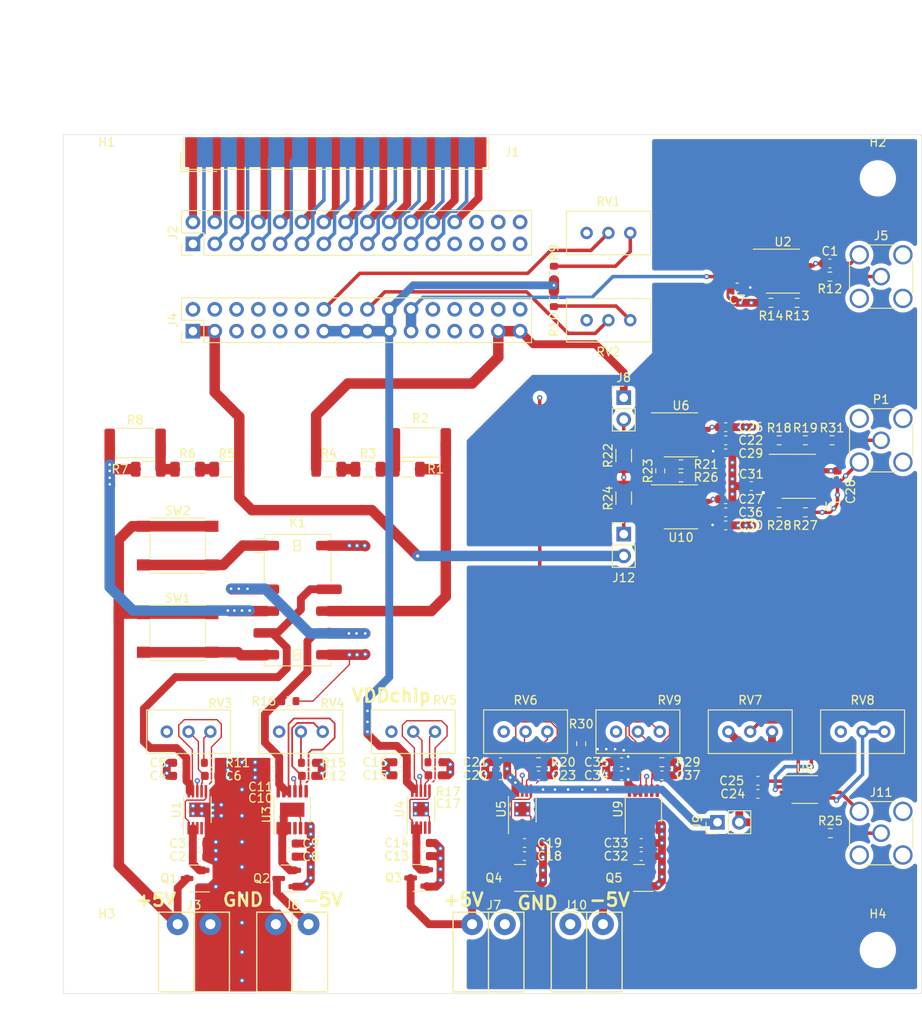
<source format=kicad_pcb>
(kicad_pcb (version 20220211) (generator pcbnew)
  (title_block (date "2022-03-10") (rev "1"))
  (layers (0 "F.Cu" signal) (1 "In1.Cu" mixed) (2 "In2.Cu" mixed) (31 "B.Cu" signal) (35 "F.Paste" user) (37 "F.SilkS" user "F.Silkscreen") (38 "B.Mask" user) (39 "F.Mask" user) (44 "Edge.Cuts" user))
  (net 0 "")
  (net 1 "Net-(Q1-S)")
  (net 2 "/Vreflect")
  (net 3 "/VbiasN")
  (net 4 "Net-(U1-SET)")
  (net 5 "Net-(Q2-S)")
  (net 6 "GNDA")
  (net 7 "VDDA")
  (net 8 "VSSA")
  (net 9 "/D1")
  (net 10 "/D2")
  (net 11 "/D3")
  (net 12 "/D4")
  (net 13 "/D5")
  (net 14 "/D6")
  (net 15 "/D7")
  (net 16 "/D8")
  (net 17 "/D9")
  (net 18 "/D10")
  (net 19 "/D11")
  (net 20 "/D12")
  (net 21 "/D13")
  (net 22 "/D14")
  (net 23 "/D15")
  (net 24 "/D16")
  (net 25 "/D17")
  (net 26 "/D18")
  (net 27 "/D19")
  (net 28 "/D20")
  (net 29 "/D21")
  (net 30 "/D22")
  (net 31 "/D23")
  (net 32 "/D24")
  (net 33 "/D25")
  (net 34 "/D26")
  (net 39 "Net-(U3-SET)")
  (net 40 "Net-(Q3-S)")
  (net 41 "Net-(R5-Pad1)")
  (net 44 "Net-(U4-SET)")
  (net 45 "/V+5")
  (net 46 "/V-5")
  (net 47 "Net-(K1-Pad1)")
  (net 48 "Net-(K1-Pad4)")
  (net 49 "Net-(K1-Pad6)")
  (net 50 "Net-(K1-Pad9)")
  (net 51 "Net-(R1-Pad1)")
  (net 52 "Net-(R3-Pad1)")
  (net 53 "/Bias+")
  (net 54 "/Bias-")
  (net 55 "Net-(R6-Pad1)")
  (net 56 "Net-(R15-Pad1)")
  (net 57 "/Vbias+")
  (net 58 "Net-(Q4-S)")
  (net 59 "/Vbias-")
  (net 60 "Net-(U6-OUT)")
  (net 61 "/VDDchip")
  (net 62 "Net-(U5-SET)")
  (net 63 "Net-(J9-Pin_2)")
  (net 64 "Net-(Q5-S)")
  (net 65 "Net-(C22-Pad2)")
  (net 66 "Net-(U10-OUT)")
  (net 67 "Net-(U9-SET)")
  (net 68 "Net-(J5-In)")
  (net 69 "Net-(J7-Pin_1)")
  (net 70 "Net-(C36-Pad2)")
  (net 71 "Net-(J8-Pin_2)")
  (net 87 "/ChipBias1")
  (net 88 "/ChipBias2")
  (net 89 "Net-(R19-Pad2)")
  (net 90 "/ChipOut")
  (net 93 "Net-(J10-Pin_2)")
  (net 94 "Net-(J11-In)")
  (net 95 "Net-(J12-Pin_1)")
  (net 96 "Net-(P1-In)")
  (net 97 "Net-(U2--)")
  (net 98 "Net-(R9-Pad1)")
  (net 99 "Net-(R10-Pad1)")
  (net 100 "Net-(R11-Pad2)")
  (net 101 "Net-(R12-Pad2)")
  (net 102 "Net-(U7--)")
  (net 103 "Net-(R17-Pad2)")
  (net 104 "Net-(U6--)")
  (net 105 "Net-(R20-Pad2)")
  (net 106 "Net-(U10--)")
  (net 107 "Net-(U7-+)")
  (net 108 "Net-(R25-Pad1)")
  (net 109 "Net-(U8-~{LE})")
  (net 110 "Net-(R29-Pad1)")
  (footprint "Capacitor_SMD:C_0603_1608Metric" (layer "F.Cu") (at 89.789 111.1885 180)
    (fp_text reference "C5")
    (fp_text value "4.7u")
  )
  (footprint "Connector_Coaxial:SMA_Amphenol_132134-16_Vertical" (layer "F.Cu") (at 171.45 73.66)
    (fp_text reference "P1")
    (fp_text value "AmpOut")
  )
  (footprint "Capacitor_SMD:C_0603_1608Metric" (layer "F.Cu") (at 127.127 112.649 180)
    (fp_text reference "C20")
    (fp_text value "4.7u")
  )
  (footprint "Capacitor_SMD:C_0603_1608Metric" (layer "F.Cu") (at 141.224 111.125 180)
    (fp_text reference "C35")
    (fp_text value "4.7u")
  )
  (footprint "Capacitor_SMD:C_0603_1608Metric" (layer "F.Cu") (at 157.099 113.284 180)
    (fp_text reference "C25")
    (fp_text value "0.1u")
  )
  (footprint "Capacitor_SMD:C_0603_1608Metric" (layer "F.Cu") (at 156.337 78.994 180)
    (fp_text reference "C31")
    (fp_text value "100n")
  )
  (footprint "Resistor_SMD:R_0603_1608Metric" (layer "F.Cu") (at 119.507 111.125 180)
    (fp_text reference "R17")
    (fp_text value "4.7k")
  )
  (footprint "Capacitor_SMD:C_0603_1608Metric" (layer "F.Cu") (at 166.37 77.978 -90)
    (fp_text reference "C28")
    (fp_text value "100n")
  )
  (footprint "Resistor_SMD:R_0603_1608Metric" (layer "F.Cu") (at 133.35 54.229 -90)
    (fp_text reference "R9")
    (fp_text value "4.7k")
  )
  (footprint "Resistor_SMD:R_0603_1608Metric" (layer "F.Cu") (at 136.525 108.966 -90)
    (fp_text reference "R30")
    (fp_text value "50k")
  )
  (footprint "Resistor_SMD:R_0603_1608Metric" (layer "F.Cu") (at 165.735 73.66)
    (fp_text reference "R31")
    (fp_text value "50")
  )
  (footprint "Button_Switch_SMD:SW_Push_1P1T_NO_6x6mm_H9.5mm" (layer "F.Cu") (at 89.535 85.9155)
    (fp_text reference "SW2")
    (fp_text value "SW_Push")
  )
  (footprint "Connector_Coaxial:SMA_Amphenol_132134-16_Vertical" (layer "F.Cu") (at 171.45 119.38)
    (fp_text reference "J11")
    (fp_text value "CompOut")
  )
  (footprint "projfp:WJ15-3.81-90deg-2P" (layer "F.Cu") (at 91.44 129.9718)
    (fp_text reference "J3")
    (fp_text value "Screw_Terminal_01x02")
  )
  (footprint "Resistor_SMD:R_0603_1608Metric" (layer "F.Cu") (at 165.481 54.61 180)
    (fp_text reference "R12")
    (fp_text value "50")
  )
  (footprint "Package_TO_SOT_SMD:SOT-23" (layer "F.Cu") (at 129.413 124.587 180)
    (fp_text reference "Q4")
    (fp_text value "DMG2301L")
  )
  (footprint "Capacitor_SMD:C_0603_1608Metric" (layer "F.Cu") (at 153.353 75.184)
    (fp_text reference "C29")
    (fp_text value "100n")
  )
  (footprint "Resistor_SMD:R_1206_3216Metric" (layer "F.Cu") (at 90.678 77.0255)
    (fp_text reference "R6")
    (fp_text value "1G")
  )
  (footprint "Package_SO:SOIC-8_3.9x4.9mm_P1.27mm" (layer "F.Cu") (at 160.02 53.975)
    (fp_text reference "U2")
    (fp_text value "ADA4841-1YRZ")
  )
  (footprint "Connector_PinHeader_2.54mm:PinHeader_1x02_P2.54mm_Vertical" (layer "F.Cu") (at 141.478 84.577)
    (fp_text reference "J12")
    (fp_text value "Conn_01x02_Male")
  )
  (footprint "Potentiometer_THT:Potentiometer_Bourns_3296W_Vertical" (layer "F.Cu") (at 93.345 107.569)
    (fp_text reference "RV3")
    (fp_text value "30k")
  )
  (footprint "Resistor_SMD:R_1206_3216Metric" (layer "F.Cu") (at 107.1265 77.0255)
    (fp_text reference "R4")
    (fp_text value "1G")
  )
  (footprint "MountingHole:MountingHole_3.2mm_M3" (layer "F.Cu") (at 171.069 132.969)
    (fp_text reference "H4")
    (fp_text value "MountingHole")
  )
  (footprint "Capacitor_SMD:C_0603_1608Metric" (layer "F.Cu") (at 153.353 83.566)
    (fp_text reference "C30")
    (fp_text value "100n")
  )
  (footprint "Resistor_SMD:R_0603_1608Metric" (layer "F.Cu") (at 93.472 111.1885 180)
    (fp_text reference "R11")
    (fp_text value "4.7k")
  )
  (footprint "Resistor_SMD:R_0603_1608Metric" (layer "F.Cu") (at 102.489 104.013)
    (fp_text reference "R16")
    (fp_text value "50k")
  )
  (footprint "Potentiometer_THT:Potentiometer_Bourns_3296W_Vertical" (layer "F.Cu") (at 119.507 107.569)
    (fp_text reference "RV5")
    (fp_text value "30k")
  )
  (footprint "Package_TO_SOT_SMD:SOT-23" (layer "F.Cu") (at 143.256 124.587 180)
    (fp_text reference "Q5")
    (fp_text value "DMG2302U")
  )
  (footprint "Capacitor_SMD:C_0603_1608Metric" (layer "F.Cu") (at 154.686 55.88 180)
    (fp_text reference "C7")
    (fp_text value "100n")
  )
  (footprint "Capacitor_SMD:C_0603_1608Metric" (layer "F.Cu") (at 145.923 112.649)
    (fp_text reference "C37")
    (fp_text value "4.7u")
  )
  (footprint "Potentiometer_THT:Potentiometer_Bourns_3296W_Vertical" (layer "F.Cu") (at 106.426 107.569)
    (fp_text reference "RV4")
    (fp_text value "30k")
  )
  (footprint "Capacitor_SMD:C_0603_1608Metric" (layer "F.Cu") (at 143.51 122.047)
    (fp_text reference "C32")
    (fp_text value "4.7u")
  )
  (footprint "Resistor_SMD:R_1206_3216Metric" (layer "F.Cu") (at 86.106 77.0255)
    (fp_text reference "R7")
    (fp_text value "1G")
  )
  (footprint "Connector_PinHeader_2.54mm:PinHeader_1x02_P2.54mm_Vertical" (layer "F.Cu") (at 141.478 68.702)
    (fp_text reference "J8")
    (fp_text value "Conn_01x02_Male")
  )
  (footprint "Package_SO:SOIC-8_3.9x4.9mm_P1.27mm" (layer "F.Cu") (at 161.862 77.851)
    (fp_text reference "U7")
    (fp_text value "ADA4841-1YRZ")
  )
  (footprint "projfp:WJ15-3.81-90deg-2P" (layer "F.Cu") (at 125.73 129.9718)
    (fp_text reference "J7")
    (fp_text value "Screw_Terminal_01x02")
  )
  (footprint "Capacitor_SMD:C_0603_1608Metric" (layer "F.Cu") (at 115.443 112.649 180)
    (fp_text reference "C15")
    (fp_text value "4.7u")
  )
  (footprint "Package_SO:MSOP-10-1EP_3x3mm_P0.5mm_EP1.68x1.88mm" (layer "F.Cu") (at 117.856 116.586 90)
    (fp_text reference "U4")
    (fp_text value "LT3042xMSE")
  )
  (footprint "Capacitor_SMD:C_0603_1608Metric" (layer "F.Cu") (at 143.51 120.523)
    (fp_text reference "C33")
    (fp_text value "4.7u")
  )
  (footprint "projfp:WJ15-3.81-90deg-2P" (layer "F.Cu") (at 137.16 129.9718)
    (fp_text reference "J10")
    (fp_text value "Screw_Terminal_01x02")
  )
  (footprint "Resistor_SMD:R_1206_3216Metric" (layer "F.Cu") (at 141.478 75.438 90)
    (fp_text reference "R22")
    (fp_text value "1G")
  )
  (footprint "Resistor_SMD:R_2512_6332Metric" (layer "F.Cu") (at 84.582 73.9775)
    (fp_text reference "R8")
    (fp_text value "2G")
  )
  (footprint "MountingHole:MountingHole_3.2mm_M3" (layer "F.Cu") (at 81.28 132.969)
    (fp_text reference "H3")
    (fp_text value "MountingHole")
  )
  (footprint "Connector_PinHeader_2.54mm:PinHeader_2x16_P2.54mm_Vertical" (layer "F.Cu") (at 91.313 50.8 90)
    (fp_text reference "J2")
    (fp_text value "HEADER_16x2")
  )
  (footprint "Resistor_SMD:R_0603_1608Metric" (layer "F.Cu") (at 159.576 73.66)
    (fp_text reference "R18")
    (fp_text value "10k")
  )
  (footprint "Connector_PinHeader_2.54mm:PinHeader_2x16_P2.54mm_Vertical" (layer "F.Cu") (at 91.313 60.96 90)
    (fp_text reference "J4")
    (fp_text value "HEADER_16x2")
  )
  (footprint "Package_SO:MSOP-12-1EP_3x4mm_P0.65mm_EP1.65x2.85mm" (layer "F.Cu") (at 143.764 116.586 90)
    (fp_text reference "U9")
    (fp_text value "LT3093xMSE")
  )
  (footprint "Package_TO_SOT_SMD:SOT-23" (layer "F.Cu") (at 102.235 124.6505 180)
    (fp_text reference "Q2")
    (fp_text value "DMG2302U")
  )
  (footprint "MountingHole:MountingHole_3.2mm_M3" (layer "F.Cu") (at 171.069 43.18)
    (fp_text reference "H2")
    (fp_text value "MountingHole")
  )
  (footprint "Capacitor_SMD:C_0603_1608Metric" (layer "F.Cu") (at 129.921 122.047)
    (fp_text reference "C18")
    (fp_text value "4.7u")
  )
  (footprint "Resistor_SMD:R_2512_6332Metric" (layer "F.Cu") (at 117.7945 73.914)
    (fp_text reference "R2")
    (fp_text value "2G")
  )
  (footprint "Resistor_SMD:R_0603_1608Metric" (layer "F.Cu") (at 145.733 77.216 90)
    (fp_text reference "R23")
    (fp_text value "10k")
  )
  (footprint "Capacitor_SMD:C_0603_1608Metric" (layer "F.Cu") (at 92.075 122.1105)
    (fp_text reference "C2")
    (fp_text value "4.7u")
  )
  (footprint "Capacitor_SMD:C_0603_1608Metric" (layer "F.Cu") (at 102.489 122.1105)
    (fp_text reference "C8")
    (fp_text value "4.7u")
  )
  (footprint "Resistor_SMD:R_0603_1608Metric" (layer "F.Cu") (at 131.572 111.125 180)
    (fp_text reference "R20")
    (fp_text value "4.7k")
  )
  (footprint "Capacitor_SMD:C_0603_1608Metric" (layer "F.Cu") (at 127.127 111.125 180)
    (fp_text reference "C21")
    (fp_text value "4.7u")
  )
  (footprint "Package_SO:SOIC-8_3.9x4.9mm_P1.27mm" (layer "F.Cu") (at 148.146 73.025)
    (fp_text reference "U6")
    (fp_text value "LTC6268xS8")
  )
  (footprint "Capacitor_SMD:C_0603_1608Metric" (layer "F.Cu") (at 93.472 112.7125)
    (fp_text reference "C6")
    (fp_text value "470n")
  )
  (footprint "Potentiometer_THT:Potentiometer_Bourns_3296W_Vertical" (layer "F.Cu") (at 142.24 49.53)
    (fp_text reference "RV1")
    (fp_text value "500k")
  )
  (footprint "Capacitor_SMD:C_0603_1608Metric" (layer "F.Cu") (at 119.507 112.649)
    (fp_text reference "C17")
    (fp_text value "470n")
  )
  (footprint "Potentiometer_THT:Potentiometer_Bourns_3296W_Vertical" (layer "F.Cu") (at 158.75 107.569)
    (fp_text reference "RV7")
    (fp_text value "30k")
  )
  (footprint "Package_SO:MSOP-10-1EP_3x3mm_P0.5mm_EP1.68x1.88mm" (layer "F.Cu") (at 129.667 116.586 90)
    (fp_text reference "U5")
    (fp_text value "LT3042xMSE")
  )
  (footprint "Resistor_SMD:R_0603_1608Metric" (layer "F.Cu") (at 145.923 111.125)
    (fp_text reference "R29")
    (fp_text value "4.7k")
  )
  (footprint "Relay_SMD:Relay_DPDT_Kemet_EE2_NU_DoubleCoil" (layer "F.Cu") (at 103.505 92.2655)
    (fp_text reference "K1")
    (fp_text value "EE2-4.5TNU")
  )
  (footprint "Resistor_SMD:R_0603_1608Metric" (layer "F.Cu") (at 104.775 111.1885)
    (fp_text reference "R15")
    (fp_text value "4.7k")
  )
  (footprint "Resistor_SMD:R_1206_3216Metric" (layer "F.Cu") (at 95.25 77.0255)
    (fp_text reference "R5")
    (fp_text value "1G")
  )
  (footprint "Resistor_SMD:R_0603_1608Metric" (layer "F.Cu") (at 161.671 57.658)
    (fp_text reference "R13")
    (fp_text value "10k")
  )
  (footprint "Capacitor_SMD:C_0603_1608Metric" (layer "F.Cu") (at 153.353 73.66)
    (fp_text reference "C22")
    (fp_text value "1u")
  )
  (footprint "Potentiometer_THT:Potentiometer_Bourns_3296W_Vertical" (layer "F.Cu") (at 145.669 107.569)
    (fp_text reference "RV9")
    (fp_text value "30k")
  )
  (footprint "Capacitor_SMD:C_0603_1608Metric" (layer "F.Cu") (at 131.572 112.649)
    (fp_text reference "C23")
    (fp_text value "470n")
  )
  (footprint "Connector_Coaxial:SMA_Amphenol_132134-16_Vertical" (layer "F.Cu") (at 171.45 54.61)
    (fp_text reference "J5")
    (fp_text value "ChipOutBuf")
  )
  (footprint "Capacitor_SMD:C_0603_1608Metric" (layer "F.Cu") (at 100.584 111.1885 180)
    (fp_text reference "C11")
    (fp_text value "4.7u")
  )
  (footprint "Resistor_SMD:R_0603_1608Metric" (layer "F.Cu") (at 165.545 119.38)
    (fp_text reference "R25")
    (fp_text value "50")
  )
  (footprint "Capacitor_SMD:C_0603_1608Metric" (layer "F.Cu") (at 89.789 112.7125 180)
    (fp_text reference "C4")
    (fp_text value "4.7u")
  )
  (footprint "Capacitor_SMD:C_0603_1608Metric" (layer "F.Cu") (at 157.099 114.808 180)
    (fp_text reference "C24")
    (fp_text value "2.2u")
  )
  (footprint "Package_SO:MSOP-12-1EP_3x4mm_P0.65mm_EP1.65x2.85mm" (layer "F.Cu") (at 102.87 116.6495 90)
    (fp_text reference "U3")
    (fp_text value "LT3093xMSE")
  )
  (footprint "Capacitor_SMD:C_0603_1608Metric" (layer "F.Cu") (at 115.443 111.125 180)
    (fp_text reference "C16")
    (fp_text value "4.7u")
  )
  (footprint "Potentiometer_THT:Potentiometer_Bourns_3296W_Vertical" (layer "F.Cu") (at 132.588 107.569)
    (fp_text reference "RV6")
    (fp_text value "30k")
  )
  (footprint "Resistor_SMD:R_1206_3216Metric" (layer "F.Cu") (at 111.6985 77.0255)
    (fp_text reference "R3")
    (fp_text value "1G")
  )
  (footprint "Resistor_SMD:R_0603_1608Metric" (layer "F.Cu") (at 133.35 57.277 90)
    (fp_text reference "R10")
    (fp_text value "54M")
  )
  (footprint "Capacitor_SMD:C_0603_1608Metric" (layer "F.Cu") (at 92.075 120.5865)
    (fp_text reference "C3")
    (fp_text value "4.7u")
  )
  (footprint "Resistor_SMD:R_0603_1608Metric" (layer "F.Cu") (at 158.623 57.658)
    (fp_text reference "R14")
    (fp_text value "10k")
  )
  (footprint "Capacitor_SMD:C_0603_1608Metric" (layer "F.Cu") (at 100.584 112.7125 180)
    (fp_text reference "C10")
    (fp_text value "4.7u")
  )
  (footprint "Resistor_SMD:R_0603_1608Metric" (layer "F.Cu") (at 159.576 82.042)
    (fp_text reference "R28")
    (fp_text value "10k")
  )
  (footprint "Package_SO:MSOP-8_3x3mm_P0.65mm" (layer "F.Cu") (at 162.56 114.3)
    (fp_text reference "U8")
    (fp_text value "LTC6752xMS8-2")
  )
  (footprint "Package_TO_SOT_SMD:SOT-23" (layer "F.Cu") (at 117.602 124.587 180)
    (fp_text reference "Q3")
    (fp_text value "DMG2301L")
  )
  (footprint "Package_SO:SOIC-8_3.9x4.9mm_P1.27mm" (layer "F.Cu") (at 148.146 81.407)
    (fp_text reference "U10")
    (fp_text value "LTC6268xS8")
  )
  (footprint "Capacitor_SMD:C_0603_1608Metric" (layer "F.Cu") (at 153.353 72.136)
    (fp_text reference "C26")
    (fp_text value "100n")
  )
  (footprint "Connector_Dsub:DSUB-25_Female_EdgeMount_P2.77mm" (layer "F.Cu") (at 107.95 40.132 180)
    (fp_text reference "J1")
    (fp_text value "DB25_Female_MountingHoles")
  )
  (footprint "Resistor_SMD:R_0603_1608Metric" (layer "F.Cu") (at 162.624 82.042)
    (fp_text reference "R27")
    (fp_text value "10k")
  )
  (footprint "Potentiometer_THT:Potentiometer_Bourns_3296W_Vertical" (layer "F.Cu") (at 171.831 107.569)
    (fp_text reference "RV8")
    (fp_text value "500k")
  )
  (footprint "Capacitor_SMD:C_0603_1608Metric" (layer "F.Cu") (at 102.489 120.5865)
    (fp_text reference "C9")
    (fp_text value "4.7u")
  )
  (footprint "Button_Switch_SMD:SW_Push_1P1T_NO_6x6mm_H9.5mm" (layer "F.Cu") (at 89.535 96.0755)
    (fp_text reference "SW1")
    (fp_text value "SW_Push")
  )
  (footprint "Capacitor_SMD:C_0603_1608Metric" (layer "F.Cu") (at 165.481 53.086)
    (fp_text reference "C1")
    (fp_text value "100n")
  )
  (footprint "Capacitor_SMD:C_0603_1608Metric" (layer "F.Cu") (at 104.775 112.7125)
    (fp_text reference "C12")
    (fp_text value "4.7u")
  )
  (footprint "Capacitor_SMD:C_0603_1608Metric" (layer "F.Cu") (at 153.353 82.042)
    (fp_text reference "C36")
    (fp_text value "1u")
  )
  (footprint "projfp:WJ15-3.81-90deg-2P" (layer "F.Cu") (at 102.87 129.9718)
    (fp_text reference "J6")
    (fp_text value "Screw_Terminal_01x02")
  )
  (footprint "Potentiometer_THT:Potentiometer_Bourns_3296W_Vertical" (layer "F.Cu") (at 142.24 59.69)
    (fp_text reference "RV2")
    (fp_text value "30k")
  )
  (footprint "Resistor_SMD:R_0603_1608Metric" (layer "F.Cu") (at 162.624 73.66)
    (fp_text reference "R19")
    (fp_text value "10k")
  )
  (footprint "Package_SO:MSOP-10-1EP_3x3mm_P0.5mm_EP1.68x1.88mm" (layer "F.Cu") (at 91.821 116.6495 90)
    (fp_text reference "U1")
    (fp_text value "LT3042xMSE")
  )
  (footprint "Package_TO_SOT_SMD:SOT-23" (layer "F.Cu") (at 91.567 124.6505 180)
    (fp_text reference "Q1")
    (fp_text value "DMG2301L")
  )
  (footprint "Capacitor_SMD:C_0603_1608Metric" (layer "F.Cu") (at 129.921 120.523)
    (fp_text reference "C19")
    (fp_text value "4.7u")
  )
  (footprint "Resistor_SMD:R_0603_1608Metric" (layer "F.Cu") (at 148.146008 77.9653 180)
    (fp_text reference "R26")
    (fp_text value "24.9k")
  )
  (footprint "Resistor_SMD:R_1206_3216Metric" (layer "F.Cu") (at 116.2855 77.0255)
    (fp_text reference "R1")
    (fp_text value "1G")
  )
  (footprint "Connector_PinHeader_2.54mm:PinHeader_1x02_P2.54mm_Vertical" (layer "F.Cu") (at 152.395 118.11 90)
    (fp_text reference "J9")
    (fp_text value "Conn_01x02_Male")
  )
  (footprint "MountingHole:MountingHole_3.2mm_M3" (layer "F.Cu") (at 81.28 43.18)
    (fp_text reference "H1")
    (fp_text value "MountingHole")
  )
  (footprint "Capacitor_SMD:C_0603_1608Metric" (layer "F.Cu") (at 118.11 120.523)
    (fp_text reference "C14")
    (fp_text value "4.7u")
  )
  (footprint "Resistor_SMD:R_0603_1608Metric" (layer "F.Cu") (at 148.146008 76.4667)
    (fp_text reference "R21")
    (fp_text value "24.9k")
  )
  (footprint "Capacitor_SMD:C_0603_1608Metric" (layer "F.Cu") (at 141.224 112.649 180)
    (fp_text reference "C34")
    (fp_text value "4.7u")
  )
  (footprint "Capacitor_SMD:C_0603_1608Metric" (layer "F.Cu") (at 153.353 80.518)
    (fp_text reference "C27")
    (fp_text value "100n")
  )
  (footprint "Resistor_SMD:R_1206_3216Metric" (layer "F.Cu") (at 141.478 80.391 90)
    (fp_text reference "R24")
    (fp_text value "1G")
  )
  (footprint "Capacitor_SMD:C_0603_1608Metric" (layer "F.Cu") (at 118.11 122.047)
    (fp_text reference "C13")
    (fp_text value "4.7u")
  )
  (gr_rect (start 76.2 38.1) (end 176.149 138.049) (stroke (width 0.05)) (fill none) (layer "Edge.Cuts"))
  (gr_text "GND" (at 97.155 127.127) (layer "F.SilkS") (effects (font (size 1.524 1.524) (thickness 0.3048))))
  (gr_text "VDDchip" (at 114.427 103.378) (layer "F.SilkS") (effects (font (size 1.524 1.524) (thickness 0.3048))))
  (gr_text "-5V" (at 139.827 127.127) (layer "F.SilkS") (effects (font (size 1.524 1.524) (thickness 0.3048))))
  (gr_text "+5V" (at 122.809 127.127) (layer "F.SilkS") (effects (font (size 1.524 1.524) (thickness 0.3048))))
  (gr_text "GND" (at 131.445 127.508) (layer "F.SilkS") (effects (font (size 1.524 1.524) (thickness 0.3048))))
  (gr_text "-5V" (at 106.426 127.127) (layer "F.SilkS") (effects (font (size 1.524 1.524) (thickness 0.3048))))
  (gr_text "+5V" (at 86.995 127.127) (layer "F.SilkS") (effects (font (size 1.524 1.524) (thickness 0.3048))))
  (segment (start 90.424 117.602) (end 90.821 117.999) (width 0.1524) (layer "F.Cu") (net 1))
  (segment (start 91.3 120.5865) (end 91.3 118.8205) (width 0.9144) (layer "F.Cu") (net 1))
  (segment (start 92.619211 115.533789) (end 90.605289 115.533789) (width 0.1524) (layer "F.Cu") (net 1))
  (segment (start 90.605289 115.533789) (end 90.424 115.715078) (width 0.1524) (layer "F.Cu") (net 1))
  (segment (start 92.5045 123.7005) (end 92.0775 123.7005) (width 0.9144) (layer "F.Cu") (net 1))
  (segment (start 90.424 115.715078) (end 90.424 117.602) (width 0.1524) (layer "F.Cu") (net 1))
  (segment (start 92.0775 123.7005) (end 91.3 122.923) (width 0.9144) (layer "F.Cu") (net 1))
  (segment (start 92.821 115.332) (end 92.619211 115.533789) (width 0.1524) (layer "F.Cu") (net 1))
  (segment (start 91.3 122.1105) (end 91.3 120.5865) (width 0.9144) (layer "F.Cu") (net 1))
  (segment (start 91.3 122.923) (end 91.3 122.1105) (width 0.9144) (layer "F.Cu") (net 1))
  (segment (start 90.821 117.999) (end 90.821 118.7995) (width 0.1524) (layer "F.Cu") (net 1))
  (segment (start 91.3 118.8205) (end 91.321 118.7995) (width 0.9144) (layer "F.Cu") (net 1))
  (segment (start 92.821 114.4995) (end 92.821 115.332) (width 0.1524) (layer "F.Cu") (net 1))
  (segment (start 163.322 111.633) (end 163.322 104.013) (width 0.4064) (layer "F.Cu") (net 2))
  (segment (start 141.605 100.965) (end 131.699 91.059) (width 0.4064) (layer "F.Cu") (net 2))
  (segment (start 159.456 113.975) (end 159.131 114.3) (width 0.4064) (layer "F.Cu") (net 2))
  (segment (start 163.322 104.013) (end 160.274 100.965) (width 0.4064) (layer "F.Cu") (net 2))
  (segment (start 160.4475 113.975) (end 159.456 113.975) (width 0.4064) (layer "F.Cu") (net 2))
  (segment (start 160.274 100.965) (end 141.605 100.965) (width 0.4064) (layer "F.Cu") (net 2))
  (segment (start 131.699 91.059) (end 131.699 68.707) (width 0.4064) (layer "F.Cu") (net 2))
  (via (at 163.322 111.633) (size 0.6096) (drill 0.3048) (layers "F.Cu" "B.Cu") (net 2))
  (via (at 159.131 114.3) (size 0.6096) (drill 0.3048) (layers "F.Cu" "B.Cu") (net 2))
  (via (at 131.699 68.707) (size 0.6096) (drill 0.3048) (layers "F.Cu" "B.Cu") (net 2))
  (segment (start 159.131 112.776) (end 160.274 111.633) (width 0.4064) (layer "B.Cu") (net 2))
  (segment (start 160.274 111.633) (end 163.322 111.633) (width 0.4064) (layer "B.Cu") (net 2))
  (segment (start 159.131 114.3) (end 159.131 112.776) (width 0.4064) (layer "B.Cu") (net 2))
  (segment (start 160.909 106.426) (end 157.353 106.426) (width 0.4064) (layer "F.Cu") (net 3))
  (segment (start 161.798 107.315) (end 160.909 106.426) (width 0.4064) (layer "F.Cu") (net 3))
  (segment (start 161.798 114.147953) (end 161.798 107.315) (width 0.4064) (layer "F.Cu") (net 3))
  (segment (start 161.320953 114.625) (end 161.798 114.147953) (width 0.4064) (layer "F.Cu") (net 3))
  (segment (start 157.353 106.426) (end 156.21 107.569) (width 0.4064) (layer "F.Cu") (net 3))
  (segment (start 160.4475 114.625) (end 161.320953 114.625) (width 0.4064) (layer "F.Cu") (net 3))
  (segment (start 92.398596 113.525887) (end 92.398596 113.044983) (width 0.1524) (layer "F.Cu") (net 4))
  (segment (start 92.321 113.603483) (end 92.398596 113.525887) (width 0.1524) (layer "F.Cu") (net 4))
  (segment (start 91.948 108.712) (end 90.805 107.569) (width 0.1524) (layer "F.Cu") (net 4))
  (segment (start 91.948 111.9635) (end 91.948 108.712) (width 0.1524) (layer "F.Cu") (net 4))
  (segment (start 92.697 112.7125) (end 91.948 111.9635) (width 0.1524) (layer "F.Cu") (net 4))
  (segment (start 92.398596 113.044983) (end 92.381557 113.027943) (width 0.1524) (layer "F.Cu") (net 4))
  (segment (start 92.321 114.4995) (end 92.321 113.603483) (width 0.1524) (layer "F.Cu") (net 4))
  (segment (start 92.381557 113.027943) (end 92.697 112.7125) (width 0.1524) (layer "F.Cu") (net 4))
  (segment (start 101.895 118.7995) (end 101.895 117.516) (width 0.9144) (layer "F.Cu") (net 5))
  (segment (start 101.714 122.1105) (end 101.714 120.5865) (width 0.9144) (layer "F.Cu") (net 5))
  (segment (start 101.714 122.796) (end 101.714 122.1105) (width 0.9144) (layer "F.Cu") (net 5))
  (segment (start 102.6185 123.7005) (end 101.714 122.796) (width 0.9144) (layer "F.Cu") (net 5))
  (segment (start 103.845 118.7995) (end 103.845 117.6245) (width 0.1524) (layer "F.Cu") (net 5))
  (segment (start 103.1725 123.7005) (end 102.6185 123.7005) (width 0.9144) (layer "F.Cu") (net 5))
  (segment (start 103.845 117.6245) (end 102.87 116.6495) (width 0.1524) (layer "F.Cu") (net 5))
  (segment (start 101.895 117.516) (end 101.854 117.475) (width 0.9144) (layer "F.Cu") (net 5))
  (segment (start 102.108 119.126) (end 101.727 119.126) (width 0.9144) (layer "F.Cu") (net 5))
  (segment (start 101.714 119.52) (end 102.108 119.126) (width 0.9144) (layer "F.Cu") (net 5))
  (segment (start 101.714 120.5865) (end 101.714 119.52) (width 0.9144) (layer "F.Cu") (net 5))
  (segment (start 166.37 80.01) (end 166.37 78.766) (width 0.4064) (layer "F.Cu") (net 6))
  (segment (start 110.4265 85.9155) (end 111.3155 85.9155) (width 1.2192) (layer "F.Cu") (net 6))
  (segment (start 105.029 119.507) (end 105.029 118.618) (width 0.9144) (layer "F.Cu") (net 6))
  (segment (start 103.264 122.1105) (end 104.8385 122.1105) (width 0.9144) (layer "F.Cu") (net 6))
  (segment (start 132.08 125.095) (end 131.638 125.537) (width 0.9144) (layer "F.Cu") (net 6))
  (segment (start 145.923 120.523) (end 145.923 119.507) (width 0.9144) (layer "F.Cu") (net 6))
  (segment (start 147.6375 112.4585) (end 147.447 112.649) (width 0.9144) (layer "F.Cu") (net 6))
  (segment (start 91.821 113.28834) (end 91.818095 113.285435) (width 0.2032) (layer "F.Cu") (net 6))
  (segment (start 131.572 120.523) (end 132.08 121.031) (width 0.9144) (layer "F.Cu") (net 6))
  (segment (start 154.128 76.25) (end 154.128 77.139) (width 0.9144) (layer "F.Cu") (net 6))
  (segment (start 166.37 81.153) (end 166.37 80.01) (width 0.4064) (layer "F.Cu") (net 6))
  (segment (start 88.265 112.522) (end 88.265 112.395) (width 0.9144) (layer "F.Cu") (net 6))
  (segment (start 104.8385 120.5865) (end 105.029 120.777) (width 0.9144) (layer "F.Cu") (net 6))
  (segment (start 166.37 78.74) (end 167.3225 77.7875) (width 0.4064) (layer "F.Cu") (net 6))
  (segment (start 106.299 111.252) (end 106.299 111.379) (width 0.9144) (layer "F.Cu") (net 6))
  (segment (start 121.285 112.395) (end 121.031 112.649) (width 0.9144) (layer "F.Cu") (net 6))
  (segment (start 155.702 83.566) (end 156.464 83.566) (width 0.9144) (layer "F.Cu") (net 6))
  (segment (start 154.128 79.933) (end 154.128 80.518) (width 0.9144) (layer "F.Cu") (net 6))
  (segment (start 133.096 112.649) (end 132.347 112.649) (width 0.9144) (layer "F.Cu") (net 6))
  (segment (start 106.299 111.379) (end 106.299 112.395) (width 0.9144) (layer "F.Cu") (net 6))
  (segment (start 105.283 104.013) (end 109.5375 99.7585) (width 0.1524) (layer "F.Cu") (net 6))
  (segment (start 141.478 77.978) (end 141.478 78.9285) (width 0.4064) (layer "F.Cu") (net 6))
  (segment (start 120.142 125.095) (end 119.634 125.603) (width 0.9144) (layer "F.Cu") (net 6))
  (segment (start 125.349 111.506) (end 125.349 112.395) (width 0.9144) (layer "F.Cu") (net 6))
  (segment (start 154.128 77.139) (end 154.128 78.155) (width 0.9144) (layer "F.Cu") (net 6))
  (segment (start 105.029 124.587) (end 105.029 123.317) (width 0.9144) (layer "F.Cu") (net 6))
  (segment (start 132.08 122.047) (end 132.08 122.174) (width 0.9144) (layer "F.Cu") (net 6))
  (segment (start 130.302 117.094) (end 130.556 117.348) (width 0.1524) (layer "F.Cu") (net 6))
  (segment (start 103.314 104.013) (end 105.283 104.013) (width 0.1524) (layer "F.Cu") (net 6))
  (segment (start 118.885 122.047) (end 119.761 122.047) (width 0.9144) (layer "F.Cu") (net 6))
  (segment (start 145.923 122.047) (end 145.923 120.777) (width 0.9144) (layer "F.Cu") (net 6))
  (segment (start 167.3225 77.7875) (end 168.91 76.2) (width 0.4064) (layer "F.Cu") (net 6))
  (segment (start 103.195 114.4995) (end 103.195 113.183127) (width 0.1524) (layer "F.Cu") (net 6))
  (segment (start 147.447 112.649) (end 146.698 112.649) (width 0.9144) (layer "F.Cu") (net 6))
  (segment (start 113.919 111.125) (end 113.792 111.252) (width 0.9144) (layer "F.Cu") (net 6))
  (segment (start 119.761 122.047) (end 120.142 122.428) (width 0.9144) (layer "F.Cu") (net 6))
  (segment (start 106.2355 111.1885) (end 106.299 111.252) (width 0.9144) (layer "F.Cu") (net 6))
  (segment (start 130.667 117.459) (end 130.302 117.094) (width 0.1524) (layer "F.Cu") (net 6))
  (segment (start 156.324 111.265) (end 158.75 108.839) (width 0.9144) (layer "F.Cu") (net 6))
  (segment (start 153.911 56.782) (end 153.911 55.88) (width 0.9144) (layer "F.Cu") (net 6))
  (segment (start 109.5375 99.7585) (end 109.5375 98.6155) (width 0.1524) (layer "F.Cu") (net 6))
  (segment (start 121.031 112.649) (end 120.282 112.649) (width 0.9144) (layer "F.Cu") (net 6))
  (segment (start 118.856 117.459) (end 118.491 117.094) (width 0.1524) (layer "F.Cu") (net 6))
  (segment (start 133.35 111.379) (end 133.35 112.395) (width 0.9144) (layer "F.Cu") (net 6))
  (segment (start 155.499 78.994) (end 154.305 78.994) (width 0.9144) (layer "F.Cu") (net 6))
  (segment (start 105.029 122.047) (end 105.029 121.92) (width 0.9144) (layer "F.Cu") (net 6))
  (segment (start 144.089 114.436) (end 144.089 112.832) (width 0.1524) (layer "F.Cu") (net 6))
  (segment (start 156.337 57.658) (end 155.067 57.658) (width 0.9144) (layer "F.Cu") (net 6))
  (segment (start 144.285 122.047) (end 145.923 122.047) (width 0.9144) (layer "F.Cu") (net 6))
  (segment (start 117.856 114.436) (end 117.856 112.903) (width 0.1524) (layer "F.Cu") (net 6))
  (segment (start 157.798 57.658) (end 156.337 57.658) (width 0.9144) (layer "F.Cu") (net 6))
  (segment (start 103.1725 125.6005) (end 104.2695 125.6005) (width 0.9144) (layer "F.Cu") (net 6))
  (segment (start 145.923 118.618) (end 145.923 118.364) (width 0.9144) (layer "F.Cu") (net 6))
  (segment (start 130.667 118.736) (end 130.667 117.459) (width 0.1524) (layer "F.Cu") (net 6))
  (segment (start 121.285 112.268) (end 121.285 112.395) (width 0.9144) (layer "F.Cu") (net 6))
  (segment (start 154.305 78.994) (end 154.128 79.171) (width 0.9144) (layer "F.Cu") (net 6))
  (segment (start 130.696 122.047) (end 132.08 122.047) (width 0.9144) (layer "F.Cu") (net 6))
  (segment (start 118.6055 125.603) (end 118.5395 125.537) (width 0.9144) (layer "F.Cu") (net 6))
  (segment (start 107.15 98.6155) (end 109.5375 98.6155) (width 1.2192) (layer "F.Cu") (net 6))
  (segment (start 132.08 122.174) (end 132.08 123.698) (width 0.9144) (layer "F.Cu") (net 6))
  (segment (start 147.447 111.125) (end 147.701 111.379) (width 0.9144) (layer "F.Cu") (net 6))
  (segment (start 109.5375 98.6155) (end 110.4265 98.6155) (width 1.2192) (layer "F.Cu") (net 6))
  (segment (start 107.15 85.9155) (end 109.5375 85.9155) (width 1.2192) (layer "F.Cu") (net 6))
  (segment (start 139.7 111.125) (end 139.5095 111.3155) (width 0.9144) (layer "F.Cu") (net 6))
  (segment (start 145.542 125.349) (end 145.796 125.095) (width 0.9144) (layer "F.Cu") (net 6))
  (segment (start 132.08 123.698) (end 132.08 124.841) (width 0.9144) (layer "F.Cu") (net 6))
  (segment (start 113.792 111.252) (end 113.792 112.268) (width 0.9144) (layer "F.Cu") (net 6))
  (segment (start 104.902 124.968) (end 105.029 124.841) (width 0.9144) (layer "F.Cu") (net 6))
  (segment (start 132.08 124.841) (end 132.08 125.095) (width 0.9144) (layer "F.Cu") (net 6))
  (segment (start 109.5375 85.9155) (end 110.4265 85.9155) (width 1.2192) (layer "F.Cu") (net 6))
  (segment (start 126.352 111.125) (end 125.73 111.125) (width 0.9144) (layer "F.Cu") (net 6))
  (segment (start 103.264 120.5865) (end 104.8385 120.5865) (width 0.9144) (layer "F.Cu") (net 6))
  (segment (start 140.449 111.125) (end 139.7 111.125) (width 0.9144) (layer "F.Cu") (net 6))
  (segment (start 155.702 72.136) (end 156.464 72.136) (width 0.9144) (layer "F.Cu") (net 6))
  (segment (start 120.332 111.125) (end 121.031 111.125) (width 0.9144) (layer "F.Cu") (net 6))
  (segment (start 106.299 112.395) (end 106.299 112.649) (width 0.9144) (layer "F.Cu") (net 6))
  (segment (start 136.525 109.791) (end 136.588 109.791) (width 0.4064) (layer "F.Cu") (net 6))
  (segment (start 132.08 121.031) (end 132.08 121.158) (width 0.9144) (layer "F.Cu") (net 6))
  (segment (start 145.669 120.523) (end 145.923 120.777) (width 0.9144) (layer "F.Cu") (net 6))
  (segment (start 125.603 112.649) (end 126.352 112.649) (width 0.9144) (layer "F.Cu") (net 6))
  (segment (start 114.668 111.125) (end 113.919 111.125) (width 0.9144) (layer "F.Cu") (net 6))
  (segment (start 125.4125 112.4585) (end 125.603 112.649) (width 0.9144) (layer "F.Cu") (net 6))
  (segment (start 164.592 82.042) (end 165.481 82.042) (width 0.4064) (layer "F.Cu") (net 6))
  (segment (start 104.8385 122.1105) (end 105.029 121.92) (width 0.9144) (layer "F.Cu") (net 6))
  (segment (start 120.142 122.428) (end 120.142 123.571) (width 0.9144) (layer "F.Cu") (net 6))
  (segment (start 156.324 114.808) (end 156.324 113.284) (width 0.9144) (layer "F.Cu") (net 6))
  (segment (start 154.813 83.566) (end 155.702 83.566) (width 0.9144) (layer "F.Cu") (net 6))
  (segment (start 130.696 120.523) (end 131.572 120.523) (width 0.9144) (layer "F.Cu") (net 6))
  (segment (start 147.701 111.379) (end 147.701 112.395) (width 0.9144) (layer "F.Cu") (net 6))
  (segment (start 114.173 112.649) (end 114.668 112.649) (width 0.9144) (layer "F.Cu") (net 6))
  (segment (start 166.37 78.766) (end 166.37 78.74) (width 0.4064) (layer "F.Cu") (net 6))
  (segment (start 154.128 78.155) (end 154.128 79.044) (width 0.9144) (layer "F.Cu") (net 6))
  (segment (start 154.686 57.658) (end 153.911 56.883) (width 0.9144) (layer "F.Cu") (net 6))
  (segment (start 125.73 111.125) (end 125.476 111.379) (width 0.9144) (layer "F.Cu") (net 6))
  (segment (start 91.821 114.4995) (end 91.821 113.28834) (width 0.2032) (layer "F.Cu") (net 6))
  (segment (start 121.031 111.125) (end 121.285 111.379) (width 0.9144) (layer "F.Cu") (net 6))
  (segment (start 145.923 119.507) (end 145.923 118.618) (width 0.9144) (layer "F.Cu") (net 6))
  (segment (start 154.94 72.136) (end 155.702 72.136) (width 0.9144) (layer "F.Cu") (net 6))
  (segment (start 103.195 113.183127) (end 103.049588 113.037715) (width 0.1524) (layer "F.Cu") (net 6))
  (segment (start 154.128 75.184) (end 154.128 76.25) (width 0.9144) (layer "F.Cu") (net 6))
  (segment (start 145.923 124.46) (end 145.923 123.317) (width 0.9144) (layer "F.Cu") (net 6))
  (segment (start 105.029 120.777) (end 105.029 120.65) (width 0.9144) (layer "F.Cu") (net 6))
  (segment (start 138.176 111.379) (end 139.446 111.379) (width 0.4064) (layer "F.Cu") (net 6))
  (segment (start 154.128 72.136) (end 154.94 72.136) (width 0.9144) (layer "F.Cu") (net 6))
  (segment (start 110.4265 98.6155) (end 111.3155 98.6155) (width 1.2192) (layer "F.Cu") (net 6))
  (segment (start 133.096 111.125) (end 133.35 111.379) (width 0.9144) (layer "F.Cu") (net 6))
  (segment (start 119.507 120.523) (end 120.142 121.158) (width 0.9144) (layer "F.Cu") (net 6))
  (segment (start 88.265 112.395) (end 88.265 111.506) (width 0.9144) (layer "F.Cu") (net 6))
  (segment (start 129.667 114.436) (end 129.667 112.649) (width 0.1524) (layer "F.Cu") (net 6))
  (segment (start 136.588 109.791) (end 138.176 111.379) (width 0.4064) (layer "F.Cu") (net 6))
  (segment (start 105.029 120.65) (end 105.029 119.507) (width 0.9144) (layer "F.Cu") (net 6))
  (segment (start 120.142 123.571) (end 120.142 124.841) (width 0.9144) (layer "F.Cu") (net 6))
  (segment (start 106.299 112.649) (end 106.2355 112.7125) (width 0.9144) (layer "F.Cu") (net 6))
  (segment (start 105.6 111.1885) (end 106.2355 111.1885) (width 0.9144) (layer "F.Cu") (net 6))
  (segment (start 118.491 117.094) (end 118.745 117.348) (width 0.1524) (layer "F.Cu") (net 6))
  (segment (start 88.265 111.506) (end 88.5825 111.1885) (width 0.9144) (layer "F.Cu") (net 6))
  (segment (start 147.701 112.395) (end 147.6375 112.4585) (width 0.9144) (layer "F.Cu") (net 6))
  (segment (start 167.894 53.086) (end 168.91 52.07) (width 0.4064) (layer "F.Cu") (net 6))
  (segment (start 139.7 112.649) (end 140.449 112.649) (width 0.9144) (layer "F.Cu") (net 6))
  (segment (start 144.089 112.832) (end 144.145 112.776) (width 0.1524) (layer "F.Cu") (net 6))
  (segment (start 132.08 121.158) (end 132.08 122.047) (width 0.9144) (layer "F.Cu") (net 6))
  (segment (start 154.128 79.044) (end 154.128 79.171) (width 0.9144) (layer "F.Cu") (net 6))
  (segment (start 156.324 113.284) (end 156.324 111.265) (width 0.9144) (layer "F.Cu") (net 6))
  (segment (start 141.478 76.9005) (end 141.478 77.978) (width 0.4064) (layer "F.Cu") (net 6))
  (segment (start 131.638 125.537) (end 130.3505 125.537) (width 0.9144) (layer "F.Cu") (net 6))
  (segment (start 144.1935 125.537) (end 145.354 125.537) (width 0.9144) (layer "F.Cu") (net 6))
  (segment (start 125.476 111.379) (end 125.349 111.506) (width 0.9144) (layer "F.Cu") (net 6))
  (segment (start 133.35 112.395) (end 133.2865 112.4585) (width 0.9144) (layer "F.Cu") (net 6))
  (segment (start 105.029 121.92) (end 105.029 120.777) (width 0.9144) (layer "F.Cu") (net 6))
  (segment (start 154.128 83.566) (end 154.813 83.566) (width 0.9144) (layer "F.Cu") (net 6))
  (segment (start 104.5845 125.2855) (end 104.902 124.968) (width 0.9144) (layer "F.Cu") (net 6))
  (segment (start 111.3155 85.9155) (end 111.379 85.979) (width 1.2192) (layer "F.Cu") (net 6))
  (segment (start 132.397 111.125) (end 133.096 111.125) (width 0.9144) (layer "F.Cu") (net 6))
  (segment (start 105.029 118.618) (end 105.029 118.491) (width 0.9144) (layer "F.Cu") (net 6))
  (segment (start 118.856 118.736) (end 118.856 117.459) (width 0.1524) (layer "F.Cu") (net 6))
  (segment (start 145.923 124.968) (end 145.923 124.46) (width 0.9144) (layer "F.Cu") (net 6))
  (segment (start 139.446 112.395) (end 139.7 112.649) (width 0.9144) (layer "F.Cu") (net 6))
  (segment (start 139.5095 111.3155) (end 139.446 111.379) (width 0.9144) (layer "F.Cu") (net 6))
  (segment (start 88.4555 112.7125) (end 88.265 112.522) (width 0.9144) (layer "F.Cu") (net 6))
  (segment (start 153.911 56.883) (end 153.911 56.782) (width 0.9144) (layer "F.Cu") (net 6))
  (segment (start 120.142 122.301) (end 120.142 122.428) (width 0.9144) (layer "F.Cu") (net 6))
  (segment (start 119.634 125.603) (end 118.6055 125.603) (width 0.9144) (layer "F.Cu") (net 6))
  (segment (start 125.349 112.395) (end 125.4125 112.4585) (width 0.9144) (layer "F.Cu") (net 6))
  (segment (start 139.446 111.379) (end 139.446 112.395) (width 0.9144) (layer "F.Cu") (net 6))
  (segment (start 121.285 111.379) (end 121.285 112.268) (width 0.9144) (layer "F.Cu") (net 6))
  (segment (start 120.142 124.841) (end 120.142 125.095) (width 0.9144) (layer "F.Cu") (net 6))
  (segment (start 166.256 53.086) (end 167.894 53.086) (width 0.4064) (layer "F.Cu") (net 6))
  (segment (start 113.919 112.395) (end 114.173 112.649) (width 0.9144) (layer "F.Cu") (net 6))
  (segment (start 118.885 120.523) (end 119.507 120.523) (width 0.9144) (layer "F.Cu") (net 6))
  (segment (start 165.9255 81.5975) (end 166.37 81.153) (width 0.4064) (layer "F.Cu") (net 6))
  (segment (start 106.2355 112.7125) (end 105.55 112.7125) (width 0.9144) (layer "F.Cu") (net 6))
  (segment (start 88.5825 111.1885) (end 89.014 111.1885) (width 0.9144) (layer "F.Cu") (net 6))
  (segment (start 145.354 125.537) (end 145.542 125.349) (width 0.9144) (layer "F.Cu") (net 6))
  (segment (start 166.695 114.625) (end 168.91 116.84) (width 0.4064) (layer "F.Cu") (net 6))
  (segment (start 117.856 112.903) (end 117.729 112.776) (width 0.1524) (layer "F.Cu") (net 6))
  (segment (start 105.029 124.841) (end 105.029 124.587) (width 0.9144) (layer "F.Cu") (net 6))
  (segment (start 111.3155 98.6155) (end 111.379 98.552) (width 1.2192) (layer "F.Cu") (net 6))
  (segment (start 164.6725 114.625) (end 166.695 114.625) (width 0.4064) (layer "F.Cu") (net 6))
  (segment (start 113.792 112.268) (end 113.919 112.395) (width 0.9144) (layer "F.Cu") (net 6))
  (segment (start 144.285 120.523) (end 145.669 120.523) (width 0.9144) (layer "F.Cu") (net 6))
  (segment (start 155.067 57.658) (end 154.686 57.658) (width 0.9144) (layer "F.Cu") (net 6))
  (segment (start 89.014 112.7125) (end 88.4555 112.7125) (width 0.9144) (layer "F.Cu") (net 6))
  (segment (start 145.796 125.095) (end 145.923 124.968) (width 0.9144) (layer "F.Cu") (net 6))
  (segment (start 120.142 121.158) (end 120.142 122.301) (width 0.9144) (layer "F.Cu") (net 6))
  (segment (start 105.029 123.317) (end 105.029 122.047) (width 0.9144) (layer "F.Cu") (net 6))
  (segment (start 104.2695 125.6005) (end 104.5845 125.2855) (width 0.9144) (layer "F.Cu") (net 6))
  (segment (start 165.481 82.042) (end 165.9255 81.5975) (width 0.4064) (layer "F.Cu") (net 6))
  (segment (start 145.923 123.317) (end 145.923 122.047) (width 0.9144) (layer "F.Cu") (net 6))
  (segment (start 163.449 82.042) (end 164.592 82.042) (width 0.4064) (layer "F.Cu") (net 6))
  (segment (start 145.923 120.777) (end 145.923 120.523) (width 0.9144) (layer "F.Cu") (net 6))
  (segment (start 146.748 111.125) (end 147.447 111.125) (width 0.9144) (layer "F.Cu") (net 6))
  (segment (start 133.2865 112.4585) (end 133.096 112.649) (width 0.9144) (layer "F.Cu") (net 6))
  (segment (start 154.128 79.171) (end 154.128 79.933) (width 0.9144) (layer "F.Cu") (net 6))
  (segment (start 158.75 108.839) (end 158.75 107.569) (width 0.9144) (layer "F.Cu") (net 6))
  (via (at 121.285 112.268) (size 0.6096) (drill 0.3048) (layers "F.Cu" "B.Cu") (net 6))
  (via (at 154.128 79.933) (size 0.6096) (drill 0.3048) (layers "F.Cu" "B.Cu") (net 6))
  (via (at 105.029 119.507) (size 0.6096) (drill 0.3048) (layers "F.Cu" "B.Cu") (net 6))
  (via (at 93.98 122.428) (size 0.6096) (drill 0.3048) (layers "F.Cu" "B.Cu") (net 6))
  (via (at 104.5845 125.2855) (size 0.6096) (drill 0.3048) (layers "F.Cu" "B.Cu") (net 6))
  (via (at 120.142 121.158) (size 0.6096) (drill 0.3048) (layers "F.Cu" "B.Cu") (net 6))
  (via (at 155.067 57.658) (size 0.6096) (drill 0.3048) (layers "F.Cu" "B.Cu") (net 6))
  (via (at 105.029 122.047) (size 0.6096) (drill 0.3048) (layers "F.Cu" "B.Cu") (net 6))
  (via (at 95.377 111.125) (size 0.6096) (drill 0.3048) (layers "F.Cu" "B.Cu") (net 6))
  (via (at 132.08 121.158) (size 0.6096) (drill 0.3048) (layers "F.Cu" "B.Cu") (net 6))
  (via (at 98.552 112.903) (size 0.6096) (drill 0.3048) (layers "F.Cu" "B.Cu") (net 6))
  (via (at 97.028 111.125) (size 0.6096) (drill 0.3048) (layers "F.Cu" "B.Cu") (net 6))
  (via (at 117.221 117.094) (size 0.6096) (drill 0.3048) (layers "F.Cu" "B.Cu") (net 6))
  (via (at 109.5375 98.6155) (size 0.6096) (drill 0.3048) (layers "F.Cu" "B.Cu") (net 6))
  (via (at 129.032 116.078) (size 0.6096) (drill 0.3048) (layers "F.Cu" "B.Cu") (net 6))
  (via (at 111.379 98.552) (size 0.6096) (drill 0.3048) (layers "F.Cu" "B.Cu") (net 6))
  (via (at 105.029 124.587) (size 0.6096) (drill 0.3048) (layers "F.Cu" "B.Cu") (net 6))
  (via (at 93.599 116.713) (size 0.6096) (drill 0.3048) (layers "F.Cu" "B.Cu") (net 6))
  (via (at 132.08 122.174) (size 0.6096) (drill 0.3048) (layers "F.Cu" "B.Cu") (net 6))
  (via (at 132.08 123.698) (size 0.6096) (drill 0.3048) (layers "F.Cu" "B.Cu") (net 6))
  (via (at 125.476 111.379) (size 0.6096) (drill 0.3048) (layers "F.Cu" "B.Cu") (net 6))
  (via (at 147.701 111.379) (size 0.6096) (drill 0.3048) (layers "F.Cu" "B.Cu") (net 6))
  (via (at 165.9255 81.5975) (size 0.6096) (drill 0.3048) (layers "F.Cu" "B.Cu") (net 6))
  (via (at 113.792 111.252) (size 0.6096) (drill 0.3048) (layers "F.Cu" "B.Cu") (net 6))
  (via (at 164.592 82.042) (size 0.6096) (drill 0.3048) (layers "F.Cu" "B.Cu") (net 6))
  (via (at 144.145 112.776) (size 0.6096) (drill 0.3048) (layers "F.Cu" "B.Cu") (net 6))
  (via (at 93.98 125.603) (size 0.6096) (drill 0.3048) (layers "F.Cu" "B.Cu") (net 6))
  (via (at 154.128 77.139) (size 0.6096) (drill 0.3048) (layers "F.Cu" "B.Cu") (net 6))
  (via (at 155.702 83.566) (size 0.6096) (drill 0.3048) (layers "F.Cu" "B.Cu") (net 6))
  (via (at 154.128 76.25) (size 0.6096) (drill 0.3048) (layers "F.Cu" "B.Cu") (net 6))
  (via (at 97.028 120.396) (size 0.6096) (drill 0.3048) (layers "F.Cu" "B.Cu") (net 6))
  (via (at 147.6375 112.4585) (size 0.6096) (drill 0.3048) (layers "F.Cu" "B.Cu") (net 6))
  (via (at 106.299 112.395) (size 0.6096) (drill 0.3048) (layers "F.Cu" "B.Cu") (net 6))
  (via (at 121.285 111.379) (size 0.6096) (drill 0.3048) (layers "F.Cu" "B.Cu") (net 6))
  (via (at 145.923 122.047) (size 0.6096) (drill 0.3048) (layers "F.Cu" "B.Cu") (net 6))
  (via (at 156.464 83.566) (size 0.6096) (drill 0.3048) (layers "F.Cu" "B.Cu") (net 6))
  (via (at 103.049588 113.037715) (size 0.6096) (drill 0.3048) (layers "F.Cu" "B.Cu") (net 6))
  (via (at 95.377 112.014) (size 0.6096) (drill 0.3048) (layers "F.Cu" "B.Cu") (net 6))
  (via (at 92.329 116.205) (size 0.6096) (drill 0.3048) (layers "F.Cu" "B.Cu") (net 6))
  (via (at 91.818095 113.285435) (size 0.6096) (drill 0.3048) (layers "F.Cu" "B.Cu") (net 6))
  (via (at 98.552 112.014) (size 0.6096) (drill 0.3048) (layers "F.Cu" "B.Cu") (net 6))
  (via (at 154.813 83.566) (size 0.6096) (drill 0.3048) (layers "F.Cu" "B.Cu") (net 6))
  (via (at 156.337 57.658) (size 0.6096) (drill 0.3048) (layers "F.Cu" "B.Cu") (net 6))
  (via (at 125.4125 112.4585) (size 0.6096) (drill 0.3048) (layers "F.Cu" "B.Cu") (net 6))
  (via (at 145.923 119.507) (size 0.6096) (drill 0.3048) (layers "F.Cu" "B.Cu") (net 6))
  (via (at 145.923 124.46) (size 0.6096) (drill 0.3048) (layers "F.Cu" "B.Cu") (net 6))
  (via (at 129.032 117.094) (size 0.6096) (drill 0.3048) (layers "F.Cu" "B.Cu") (net 6))
  (via (at 97.028 114.3) (size 0.6096) (drill 0.3048) (layers "F.Cu" "B.Cu") (net 6))
  (via (at 110.4265 98.6155) (size 0.6096) (drill 0.3048) (layers "F.Cu" "B.Cu") (net 6))
  (via (at 97.028 129.794) (size 0.6096) (drill 0.3048) (layers "F.Cu" "B.Cu") (net 6))
  (via (at 145.923 118.618) (size 0.6096) (drill 0.3048) (layers "F.Cu" "B.Cu") (net 6))
  (via (at 145.923 123.317) (size 0.6096) (drill 0.3048) (layers "F.Cu" "B.Cu") (net 6))
  (via (at 93.599 117.348) (size 0.6096) (drill 0.3048) (layers "F.Cu" "B.Cu") (net 6))
  (via (at 166.37 80.01) (size 0.6096) (drill 0.3048) (layers "F.Cu" "B.Cu") (net 6))
  (via (at 91.313 117.094) (size 0.6096) (drill 0.3048) (layers "F.Cu" "B.Cu") (net 6))
  (via (at 133.35 111.379) (size 0.6096) (drill 0.3048) (layers "F.Cu" "B.Cu") (net 6))
  (via (at 93.98 121.412) (size 0.6096) (drill 0.3048) (layers "F.Cu" "B.Cu") (net 6))
  (via (at 145.923 120.523) (size 0.6096) (drill 0.3048) (layers "F.Cu" "B.Cu") (net 6))
  (via (at 113.919 112.395) (size 0.6096) (drill 0.3048) (layers "F.Cu" "B.Cu") (net 6))
  (via (at 98.552 111.125) (size 0.6096) (drill 0.3048) (layers "F.Cu" "B.Cu") (net 6))
  (via (at 130.302 116.078) (size 0.6096) (drill 0.3048) (layers "F.Cu" "B.Cu") (net 6))
  (via (at 110.4265 85.9155) (size 0.6096) (drill 0.3048) (layers "F.Cu" "B.Cu") (net 6))
  (via (at 94.615 117.348) (size 0.6096) (drill 0.3048) (layers "F.Cu" "B.Cu") (net 6))
  (via (at 154.94 72.136) (size 0.6096) (drill 0.3048) (layers "F.Cu" "B.Cu") (net 6))
  (via (at 154.128 79.044) (size 0.6096) (drill 0.3048) (layers "F.Cu" "B.Cu") (net 6))
  (via (at 93.98 120.396) (size 0.6096) (drill 0.3048) (layers "F.Cu" "B.Cu") (net 6))
  (via (at 120.142 124.841) (size 0.6096) (drill 0.3048) (layers "F.Cu" "B.Cu") (net 6))
  (via (at 93.599 116.078) (size 0.6096) (drill 0.3048) (layers "F.Cu" "B.Cu") (net 6))
  (via (at 118.491 117.094) (size 0.6096) (drill 0.3048) (layers "F.Cu" "B.Cu") (net 6))
  (via (at 117.729 112.776) (size 0.6096) (drill 0.3048) (layers "F.Cu" "B.Cu") (net 6))
  (via (at 156.464 72.136) (size 0.6096) (drill 0.3048) (layers "F.Cu" "B.Cu") (net 6))
  (via (at 111.3155 85.9155) (size 0.6096) (drill 0.3048) (layers "F.Cu" "B.Cu") (net 6))
  (via (at 139.446 112.395) (size 0.6096) (drill 0.3048) (layers "F.Cu" "B.Cu") (net 6))
  (via (at 118.491 116.078) (size 0.6096) (drill 0.3048) (layers "F.Cu" "B.Cu") (net 6))
  (via (at 94.615 116.078) (size 0.6096) (drill 0.3048) (layers "F.Cu" "B.Cu") (net 6))
  (via (at 155.702 72.136) (size 0.6096) (drill 0.3048) (layers "F.Cu" "B.Cu") (net 6))
  (via (at 91.313 116.205) (size 0.6096) (drill 0.3048) (layers "F.Cu" "B.Cu") (net 6))
  (via (at 97.028 117.348) (size 0.6096) (drill 0.3048) (layers "F.Cu" "B.Cu") (net 6))
  (via (at 88.265 111.506) (size 0.6096) (drill 0.3048) (layers "F.Cu" "B.Cu") (net 6))
  (via (at 129.667 112.649) (size 0.6096) (drill 0.3048) (layers "F.Cu" "B.Cu") (net 6))
  (via (at 117.221 116.078) (size 0.6096) (drill 0.3048) (layers "F.Cu" "B.Cu") (net 6))
  (via (at 120.142 122.301) (size 0.6096) (drill 0.3048) (layers "F.Cu" "B.Cu") (net 6))
  (via (at 141.478 77.978) (size 0.6096) (drill 0.3048) (layers "F.Cu" "B.Cu") (net 6))
  (via (at 97.028 126.619) (size 0.6096) (drill 0.3048) (layers "F.Cu" "B.Cu") (net 6))
  (via (at 95.377 112.903) (size 0.6096) (drill 0.3048) (layers "F.Cu" "B.Cu") (net 6))
  (via (at 167.3225 77.7875) (size 0.6096) (drill 0.3048) (layers "F.Cu" "B.Cu") (net 6))
  (via (at 105.029 118.618) (size 0.6096) (drill 0.3048) (layers "F.Cu" "B.Cu") (net 6))
  (via (at 145.542 125.349) (size 0.6096) (drill 0.3048) (layers "F.Cu" "B.Cu") (net 6))
  (via (at 92.329 117.094) (size 0.6096) (drill 0.3048) (layers "F.Cu" "B.Cu") (net 6))
  (via (at 109.5375 85.9155) (size 0.6096) (drill 0.3048) (layers "F.Cu" "B.Cu") (net 6))
  (via (at 120.142 123.571) (size 0.6096) (drill 0.3048) (layers "F.Cu" "B.Cu") (net 6))
  (via (at 153.911 56.782) (size 0.6096) (drill 0.3048) (layers "F.Cu" "B.Cu") (net 6))
  (via (at 105.029 120.65) (size 0.6096) (drill 0.3048) (layers "F.Cu" "B.Cu") (net 6))
  (via (at 154.128 78.155) (size 0.6096) (drill 0.3048) (layers "F.Cu" "B.Cu") (net 6))
  (via (at 105.029 123.317) (size 0.6096) (drill 0.3048) (layers "F.Cu" "B.Cu") (net 6))
  (via (at 130.302 117.094) (size 0.6096) (drill 0.3048) (layers "F.Cu" "B.Cu") (net 6))
  (via (at 106.299 111.379) (size 0.6096) (drill 0.3048) (layers "F.Cu" "B.Cu") (net 6))
  (via (at 133.2865 112.4585) (size 0.6096) (drill 0.3048) (layers "F.Cu" "B.Cu") (net 6))
  (via (at 97.028 123.317) (size 0.6096) (drill 0.3048) (layers "F.Cu" "B.Cu") (net 6))
  (via (at 132.08 124.841) (size 0.6096) (drill 0.3048) (layers "F.Cu" "B.Cu") (net 6))
  (via (at 97.028 133.223) (size 0.6096) (drill 0.3048) (layers "F.Cu" "B.Cu") (net 6))
  (via (at 139.5095 111.3155) (size 0.6096) (drill 0.3048) (layers "F.Cu" "B.Cu") (net 6))
  (via (at 88.265 112.395) (size 0.6096) (drill 0.3048) (layers "F.Cu" "B.Cu") (net 6))
  (via (at 97.028 136.525) (size 0.6096) (drill 0.3048) (layers "F.Cu" "B.Cu") (net 6))
  (segment (start 151.892 80.518) (end 152.578 80.518) (width 0.4064) (layer "F.Cu") (net 7))
  (segment (start 162.495 53.34) (end 163.576 53.34) (width 0.4064) (layer "F.Cu") (net 7))
  (segment (start 129.413 106.426) (end 132.969 106.426) (width 0.1524) (layer "F.Cu") (net 7))
  (segment (start 131.52272 110.28528) (end 131.52272 113.33328) (width 0.1524) (layer "F.Cu") (net 7))
  (segment (start 151.384 72.39) (end 151.638 72.136) (width 0.4064) (layer "F.Cu") (net 7))
  (segment (start 127.902 111.874) (end 127.902 112.649) (width 0.9144) (layer "F.Cu") (net 7))
  (segment (start 163.576 53.34) (end 163.83 53.086) (width 0.4064) (layer "F.Cu") (net 7))
  (segment (start 150.621 72.39) (end 151.384 72.39) (width 0.4064) (layer "F.Cu") (net 7))
  (segment (start 128.86028 113.49328) (end 128.86028 114.681) (width 0.9144) (layer "F.Cu") (net 7))
  (segment (start 151.638 72.136) (end 151.765 72.136) (width 0.4064) (layer "F.Cu") (net 7))
  (segment (start 127.902 111.125) (end 127.902 111.874) (width 0.9144) (layer "F.Cu") (net 7))
  (segment (start 133.731 107.188) (end 133.731 108.077) (width 0.1524) (layer "F.Cu") (net 7))
  (segment (start 131.52272 113.33328) (end 131.318 113.538) (width 0.1524) (layer "F.Cu") (net 7))
  (segment (start 151.765 72.136) (end 152.578 72.136) (width 0.4064) (layer "F.Cu") (net 7))
  (segment (start 151.638 80.772) (end 151.892 80.518) (width 0.4064) (layer "F.Cu") (net 7))
  (segment (start 133.731 108.077) (end 131.52272 110.28528) (width 0.1524) (layer "F.Cu") (net 7))
  (segment (start 132.969 106.426) (end 133.731 107.188) (width 0.1524) (layer "F.Cu") (net 7))
  (segment (start 128.905 106.934) (end 129.413 106.426) (width 0.1524) (layer "F.Cu") (net 7))
  (segment (start 128.016 112.649) (end 128.86028 113.49328) (width 0.9144) (layer "F.Cu") (net 7))
  (segment (start 164.337 77.216) (end 165.608 77.216) (width 0.6096) (layer "F.Cu") (net 7))
  (segment (start 129.167 114.436) (end 129.167 113.292) (width 0.1524) (layer "F.Cu") (net 7))
  (segment (start 163.83 53.086) (end 164.706 53.086) (width 0.4064) (layer "F.Cu") (net 7))
  (segment (start 127.902 112.649) (end 128.016 112.649) (width 0.9144) (layer "F.Cu") (net 7))
  (segment (start 165.608 77.216) (end 166.37 77.216) (width 0.6096) (layer "F.Cu") (net 7))
  (segment (start 150.621 80.772) (end 151.638 80.772) (width 0.4064) (layer "F.Cu") (net 7))
  (segment (start 129.167 113.292) (end 128.905 113.03) (width 0.1524) (layer "F.Cu") (net 7))
  (segment (start 128.905 113.03) (end 128.905 106.934) (width 0.1524) (layer "F.Cu") (net 7))
  (via (at 133.477 114.3) (size 0.6096) (drill 0.3048) (layers "F.Cu" "B.Cu") (net 7))
  (via (at 165.608 77.216) (size 0.6096) (drill 0.3048) (layers "F.Cu" "B.Cu") (net 7))
  (via (at 128.86028 113.49328) (size 0.6096) (drill 0.3048) (layers "F.Cu" "B.Cu") (net 7))
  (via (at 128.27 112.903) (size 0.6096) (drill 0.3048) (layers "F.Cu" "B.Cu") (net 7))
  (via (at 132.08 114.3) (size 0.6096) (drill 0.3048) (layers "F.Cu" "B.Cu") (net 7))
  (via (at 163.83 53.086) (size 0.6096) (drill 0.3048) (layers "F.Cu" "B.Cu") (net 7))
  (via (at 135.001 114.3) (size 0.6096) (drill 0.3048) (layers "F.Cu" "B.Cu") (net 7))
  (via (at 151.892 80.518) (size 0.6096) (drill 0.3048) (layers "F.Cu" "B.Cu") (net 7))
  (via (at 139.573 114.3) (size 0.6096) (drill 0.3048) (layers "F.Cu" "B.Cu") (net 7))
  (via (at 127.902 111.874) (size 0.6096) (drill 0.3048) (layers "F.Cu" "B.Cu") (net 7))
  (via (at 138.176 114.3) (size 0.6096) (drill 0.3048) (layers "F.Cu" "B.Cu") (net 7))
  (via (at 151.765 72.136) (size 0.6096) (drill 0.3048) (layers "F.Cu" "B.Cu") (net 7))
  (via (at 136.652 114.3) (size 0.6096) (drill 0.3048) (layers "F.Cu" "B.Cu") (net 7))
  (segment (start 139.573 114.3) (end 138.176 114.3) (width 0.9144) (layer "B.Cu") (net 7))
  (segment (start 136.652 114.3) (end 135.001 114.3) (width 0.9144) (layer "B.Cu") (net 7))
  (segment (start 132.08 114.3) (end 129.921 114.3) (width 0.9144) (layer "B.Cu") (net 7))
  (segment (start 135.001 114.3) (end 133.477 114.3) (width 0.9144) (layer "B.Cu") (net 7))
  (segment (start 152.395 118.11) (end 149.733 118.11) (width 0.9144) (layer "B.Cu") (net 7))
  (segment (start 147.574 115.951) (end 145.923 114.3) (width 0.9144) (layer "B.Cu") (net 7))
  (segment (start 145.923 114.3) (end 139.573 114.3) (width 0.9144) (layer "B.Cu") (net 7))
  (segment (start 133.477 114.3) (end 132.08 114.3) (width 0.9144) (layer "B.Cu") (net 7))
  (segment (start 129.667 114.3) (end 128.397 113.03) (width 0.9144) (layer "B.Cu") (net 7))
  (segment (start 128.397 113.03) (end 128.27 112.903) (width 0.9144) (layer "B.Cu") (net 7))
  (segment (start 138.176 114.3) (end 136.652 114.3) (width 0.9144) (layer "B.Cu") (net 7))
  (segment (start 129.921 114.3) (end 129.667 114.3) (width 0.9144) (layer "B.Cu") (net 7))
  (segment (start 149.733 118.11) (end 147.574 115.951) (width 0.9144) (layer "B.Cu") (net 7))
  (segment (start 146.812 107.95) (end 146.685 108.077) (width 0.1524) (layer "F.Cu") (net 8))
  (segment (start 151.8285 83.5025) (end 152.019 83.693) (width 0.4064) (layer "F.Cu") (net 8))
  (segment (start 136.525 108.141) (end 136.97 108.141) (width 0.4064) (layer "F.Cu") (net 8))
  (segment (start 152.324 74.93) (end 152.578 75.184) (width 0.4064) (layer "F.Cu") (net 8))
  (segment (start 146.05 106.045) (end 146.812 106.807) (width 0.1524) (layer "F.Cu") (net 8))
  (segment (start 152.451 83.693) (end 152.578 83.566) (width 0.4064) (layer "F.Cu") (net 8))
  (segment (start 150.621 83.312) (end 151.638 83.312) (width 0.4064) (layer "F.Cu") (net 8))
  (segment (start 141.999 111.125) (end 141.999 111.62) (width 0.9144) (layer "F.Cu") (net 8))
  (segment (start 136.97 108.141) (end 138.43 109.601) (width 0.4064) (layer "F.Cu") (net 8))
  (segment (start 157.049 79.071) (end 157.734 79.756) (width 0.4064) (layer "F.Cu") (net 8))
  (segment (start 150.621 74.93) (end 151.892 74.93) (width 0.4064) (layer "F.Cu") (net 8))
  (segment (start 141.859 106.299) (end 142.113 106.045) (width 0.1524) (layer "F.Cu") (net 8))
  (segment (start 151.892 74.93) (end 152.324 74.93) (width 0.4064) (layer "F.Cu") (net 8))
  (segment (start 143.12 114.436) (end 143.129 114.427) (width 0.9144) (layer "F.Cu") (net 8))
  (segment (start 145.923 113.157) (end 145.923 113.284) (width 0.1524) (layer "F.Cu") (net 8))
  (segment (start 141.999 113.646) (end 142.789 114.436) (width 0.9144) (layer "F.Cu") (net 8))
  (segment (start 145.923 113.284) (end 145.796 113.411) (width 0.1524) (layer "F.Cu") (net 8))
  (segment (start 152.019 83.693) (end 152.451 83.693) (width 0.4064) (layer "F.Cu") (net 8))
  (segment (start 145.923 108.839) (end 145.923 113.157) (width 0.1524) (layer "F.Cu") (net 8))
  (segment (start 143.439 114.436) (end 143.439 109.911) (width 0.1524) (layer "F.Cu") (net 8))
  (segment (start 141.732 108.204) (end 141.732 106.426) (width 0.1524) (layer "F.Cu") (net 8))
  (segment (start 140.462 109.601) (end 139.446 109.601) (width 0.9144) (layer "F.Cu") (net 8))
  (segment (start 143.439 109.911) (end 141.732 108.204) (width 0.1524) (layer "F.Cu") (net 8))
  (segment (start 142.113 106.045) (end 145.796 106.045) (width 0.1524) (layer "F.Cu") (net 8))
  (segment (start 157.049 78.994) (end 157.099 78.994) (width 0.4064) (layer "F.Cu") (net 8))
  (segment (start 141.351 109.601) (end 140.462 109.601) (width 0.9144) (layer "F.Cu") (net 8))
  (segment (start 156.21 55.88) (end 155.461 55.88) (width 0.4064) (layer "F.Cu") (net 8))
  (segment (start 141.999 112.649) (end 141.999 113.144) (width 0.9144) (layer "F.Cu") (net 8))
  (segment (start 145.796 106.045) (end 146.05 106.045) (width 0.1524) (layer "F.Cu") (net 8))
  (segment (start 141.999 110.477) (end 141.999 110.249) (width 0.9144) (layer "F.Cu") (net 8))
  (segment (start 151.638 83.312) (end 151.8285 83.5025) (width 0.4064) (layer "F.Cu") (net 8))
  (segment (start 146.812 106.807) (end 146.812 107.95) (width 0.1524) (layer "F.Cu") (net 8))
  (segment (start 159.387 79.756) (end 157.734 79.756) (width 0.6096) (layer "F.Cu") (net 8))
  (segment (start 141.999 110.249) (end 141.478 109.728) (width 0.9144) (layer "F.Cu") (net 8))
  (segment (start 141.999 112.382) (end 141.999 112.649) (width 0.9144) (layer "F.Cu") (net 8))
  (segment (start 141.999 113.144) (end 141.999 113.646) (width 0.9144) (layer "F.Cu") (net 8))
  (segment (start 141.478 109.728) (end 141.351 109.601) (width 0.9144) (layer "F.Cu") (net 8))
  (segment (start 141.999 111.125) (end 141.999 110.477) (width 0.9144) (layer "F.Cu") (net 8))
  (segment (start 157.049 78.994) (end 157.049 79.071) (width 0.4064) (layer "F.Cu") (net 8))
  (segment (start 141.999 111.62) (end 141.999 112.382) (width 0.9144) (layer "F.Cu") (net 8))
  (segment (start 142.789 114.436) (end 143.12 114.436) (width 0.9144) (layer "F.Cu") (net 8))
  (segment (start 157.545 55.88) (end 156.21 55.88) (width 0.4064) (layer "F.Cu") (net 8))
  (segment (start 139.446 109.601) (end 138.43 109.601) (width 0.9144) (layer "F.Cu") (net 8))
  (segment (start 141.732 106.426) (end 141.859 106.299) (width 0.1524) (layer "F.Cu") (net 8))
  (segment (start 146.685 108.077) (end 145.923 108.839) (width 0.1524) (layer "F.Cu") (net 8))
  (via (at 141.999 110.477) (size 0.6096) (drill 0.3048) (layers "F.Cu" "B.Cu") (net 8))
  (via (at 151.8285 83.5025) (size 0.6096) (drill 0.3048) (layers "F.Cu" "B.Cu") (net 8))
  (via (at 141.999 113.144) (size 0.6096) (drill 0.3048) (layers "F.Cu" "B.Cu") (net 8))
  (via (at 141.999 111.887) (size 0.6096) (drill 0.3048) (layers "F.Cu" "B.Cu") (net 8))
  (via (at 138.43 109.601) (size 0.6096) (drill 0.3048) (layers "F.Cu" "B.Cu") (net 8))
  (via (at 141.478 109.728) (size 0.6096) (drill 0.3048) (layers "F.Cu" "B.Cu") (net 8))
  (via (at 140.462 109.601) (size 0.6096) (drill 0.3048) (layers "F.Cu" "B.Cu") (net 8))
  (via (at 139.446 109.601) (size 0.6096) (drill 0.3048) (layers "F.Cu" "B.Cu") (net 8))
  (via (at 156.21 55.88) (size 0.6096) (drill 0.3048) (layers "F.Cu" "B.Cu") (net 8))
  (via (at 151.892 74.93) (size 0.6096) (drill 0.3048) (layers "F.Cu" "B.Cu") (net 8))
  (via (at 157.734 79.756) (size 0.8) (drill 0.4) (layers "F.Cu" "B.Cu") (net 8))
  (segment (start 91.33 48.243) (end 91.313 48.26) (width 0.9144) (layer "F.Cu") (net 9))
  (segment (start 91.33 40.132) (end 91.33 48.243) (width 0.9144) (layer "F.Cu") (net 9))
  (segment (start 94.1 48.013) (end 93.853 48.26) (width 0.9144) (layer "F.Cu") (net 10))
  (segment (start 94.1 40.132) (end 94.1 48.013) (width 0.9144) (layer "F.Cu") (net 10))
  (segment (start 96.87 47.783) (end 96.393 48.26) (width 0.9144) (layer "F.Cu") (net 11))
  (segment (start 96.87 40.132) (end 96.87 47.783) (width 0.9144) (layer "F.Cu") (net 11))
  (segment (start 99.64 40.132) (end 99.64 47.553) (width 0.9144) (layer "F.Cu") (net 12))
  (segment (start 99.64 47.553) (end 98.933 48.26) (width 0.9144) (layer "F.Cu") (net 12))
  (segment (start 102.41 47.323) (end 101.473 48.26) (width 0.9144) (layer "F.Cu") (net 13))
  (segment (start 102.41 40.132) (end 102.41 47.323) (width 0.9144) (layer "F.Cu") (net 13))
  (segment (start 105.18 40.132) (end 105.18 47.093) (width 0.9144) (layer "F.Cu") (net 14))
  (segment (start 105.18 47.093) (end 104.013 48.26) (width 0.9144) (layer "F.Cu") (net 14))
  (segment (start 107.95 46.863) (end 106.553 48.26) (width 0.9144) (layer "F.Cu") (net 15))
  (segment (start 107.95 40.132) (end 107.95 46.863) (width 0.9144) (layer "F.Cu") (net 15))
  (segment (start 110.72 46.633) (end 109.093 48.26) (width 0.9144) (layer "F.Cu") (net 16))
  (segment (start 110.72 40.132) (end 110.72 46.633) (width 0.9144) (layer "F.Cu") (net 16))
  (segment (start 113.49 40.132) (end 113.49 46.403) (width 0.9144) (layer "F.Cu") (net 17))
  (segment (start 113.49 46.403) (end 111.633 48.26) (width 0.9144) (layer "F.Cu") (net 17))
  (segment (start 116.26 46.173) (end 114.173 48.26) (width 0.9144) (layer "F.Cu") (net 18))
  (segment (start 116.26 40.132) (end 116.26 46.173) (width 0.9144) (layer "F.Cu") (net 18))
  (segment (start 119.03 40.132) (end 119.03 45.943) (width 0.9144) (layer "F.Cu") (net 19))
  (segment (start 119.03 45.943) (end 116.713 48.26) (width 0.9144) (layer "F.Cu") (net 19))
  (segment (start 121.8 40.132) (end 121.8 45.713) (width 0.9144) (layer "F.Cu") (net 20))
  (segment (start 121.8 45.713) (end 119.253 48.26) (width 0.9144) (layer "F.Cu") (net 20))
  (segment (start 124.57 40.132) (end 124.57 45.483) (width 0.9144) (layer "F.Cu") (net 21))
  (segment (start 124.57 45.483) (end 121.793 48.26) (width 0.9144) (layer "F.Cu") (net 21))
  (segment (start 92.600289 49.512711) (end 91.313 50.8) (width 0.4064) (layer "B.Cu") (net 22))
  (segment (start 92.600289 40.246711) (end 92.600289 49.512711) (width 0.4064) (layer "B.Cu") (net 22))
  (segment (start 92.715 40.132) (end 92.600289 40.246711) (width 0.4064) (layer "B.Cu") (net 22))
  (segment (start 95.140289 49.512711) (end 93.853 50.8) (width 0.4064) (layer "B.Cu") (net 23))
  (segment (start 95.140289 40.476711) (end 95.140289 49.512711) (width 0.4064) (layer "B.Cu") (net 23))
  (segment (start 95.485 40.132) (end 95.140289 40.476711) (width 0.4064) (layer "B.Cu") (net 23))
  (segment (start 98.255 40.132) (end 97.680289 40.706711) (width 0.4064) (layer "B.Cu") (net 24))
  (segment (start 97.680289 40.706711) (end 97.680289 49.512711) (width 0.4064) (layer "B.Cu") (net 24))
  (segment (start 97.680289 49.512711) (end 96.393 50.8) (width 0.4064) (layer "B.Cu") (net 24))
  (segment (start 100.220289 49.512711) (end 98.933 50.8) (width 0.4064) (layer "B.Cu") (net 25))
  (segment (start 101.025 40.132) (end 100.220289 40.936711) (width 0.4064) (layer "B.Cu") (net 25))
  (segment (start 100.220289 40.936711) (end 100.220289 49.512711) (width 0.4064) (layer "B.Cu") (net 25))
  (segment (start 102.760289 49.512711) (end 101.473 50.8) (width 0.4064) (layer "B.Cu") (net 26))
  (segment (start 103.795 40.132) (end 102.760289 41.166711) (width 0.4064) (layer "B.Cu") (net 26))
  (segment (start 102.760289 41.166711) (end 102.760289 49.512711) (width 0.4064) (layer "B.Cu") (net 26))
  (segment (start 106.565 40.132) (end 106.565 45.708) (width 0.4064) (layer "B.Cu") (net 27))
  (segment (start 105.265711 47.007289) (end 105.265711 49.547289) (width 0.4064) (layer "B.Cu") (net 27))
  (segment (start 105.265711 49.547289) (end 104.013 50.8) (width 0.4064) (layer "B.Cu") (net 27))
  (segment (start 106.565 45.708) (end 105.265711 47.007289) (width 0.4064) (layer "B.Cu") (net 27))
  (segment (start 107.805711 47.261289) (end 107.805711 49.547289) (width 0.4064) (layer "B.Cu") (net 28))
  (segment (start 109.335 45.732) (end 107.805711 47.261289) (width 0.4064) (layer "B.Cu") (net 28))
  (segment (start 107.805711 49.547289) (end 106.553 50.8) (width 0.4064) (layer "B.Cu") (net 28))
  (segment (start 109.335 40.132) (end 109.335 45.732) (width 0.4064) (layer "B.Cu") (net 28))
  (segment (start 110.345711 49.547289) (end 109.093 50.8) (width 0.4064) (layer "B.Cu") (net 29))
  (segment (start 112.105 40.132) (end 112.105 45.756) (width 0.4064) (layer "B.Cu") (net 29))
  (segment (start 112.105 45.756) (end 110.345711 47.515289) (width 0.4064) (layer "B.Cu") (net 29))
  (segment (start 110.345711 47.515289) (end 110.345711 49.547289) (width 0.4064) (layer "B.Cu") (net 29))
  (segment (start 112.885711 49.547289) (end 111.633 50.8) (width 0.4064) (layer "B.Cu") (net 30))
  (segment (start 112.885711 47.769289) (end 112.885711 49.547289) (width 0.4064) (layer "B.Cu") (net 30))
  (segment (start 114.875 40.132) (end 114.875 45.78) (width 0.4064) (layer "B.Cu") (net 30))
  (segment (start 114.875 45.78) (end 112.885711 47.769289) (width 0.4064) (layer "B.Cu") (net 30))
  (segment (start 117.645 45.804) (end 116.441711 47.007289) (width 0.4064) (layer "B.Cu") (net 31))
  (segment (start 115.425711 49.547289) (end 114.173 50.8) (width 0.4064) (layer "B.Cu") (net 31))
  (segment (start 115.425711 47.775687) (end 115.425711 49.547289) (width 0.4064) (layer "B.Cu") (net 31))
  (segment (start 116.194109 47.007289) (end 115.425711 47.775687) (width 0.4064) (layer "B.Cu") (net 31))
  (segment (start 117.645 40.132) (end 117.645 45.804) (width 0.4064) (layer "B.Cu") (net 31))
  (segment (start 116.441711 47.007289) (end 116.194109 47.007289) (width 0.4064) (layer "B.Cu") (net 31))
  (segment (start 120.415 45.828) (end 119.235711 47.007289) (width 0.4064) (layer "B.Cu") (net 32))
  (segment (start 117.983 49.53) (end 116.713 50.8) (width 0.4064) (layer "B.Cu") (net 32))
  (segment (start 119.235711 47.007289) (end 118.734109 47.007289) (width 0.4064) (layer "B.Cu") (net 32))
  (segment (start 117.983 47.758398) (end 117.983 49.53) (width 0.4064) (layer "B.Cu") (net 32))
  (segment (start 120.415 40.132) (end 120.415 45.828) (width 0.4064) (layer "B.Cu") (net 32))
  (segment (start 118.734109 47.007289) (end 117.983 47.758398) (width 0.4064) (layer "B.Cu") (net 32))
  (segment (start 121.274109 47.007289) (end 120.505711 47.775687) (width 0.4064) (layer "B.Cu") (net 33))
  (segment (start 123.185 45.852) (end 122.029711 47.007289) (width 0.4064) (layer "B.Cu") (net 33))
  (segment (start 120.505711 47.775687) (end 120.505711 49.547289) (width 0.4064) (layer "B.Cu") (net 33))
  (segment (start 122.029711 47.007289) (end 121.274109 47.007289) (width 0.4064) (layer "B.Cu") (net 33))
  (segment (start 120.505711 49.547289) (end 119.253 50.8) (width 0.4064) (layer "B.Cu") (net 33))
  (segment (start 123.185 40.132) (end 123.185 45.852) (width 0.4064) (layer "B.Cu") (net 33))
  (segment (start 106.436 107.6325) (end 105.352989 106.549489) (width 0.2) (layer "F.Cu") (net 39))
  (segment (start 103.463704 106.549489) (end 102.866489 107.146704) (width 0.2) (layer "F.Cu") (net 39))
  (segment (start 102.866489 107.146704) (end 102.866489 107.991296) (width 0.2) (layer "F.Cu") (net 39))
  (segment (start 103.845 112.8675) (end 104 112.7125) (width 0.2) (layer "F.Cu") (net 39))
  (segment (start 102.87 107.994807) (end 102.87 111.5825) (width 0.2) (layer "F.Cu") (net 39))
  (segment (start 105.352989 106.549489) (end 103.463704 106.549489) (width 0.2) (layer "F.Cu") (net 39))
  (segment (start 102.866489 107.991296) (end 102.87 107.994807) (width 0.2) (layer "F.Cu") (net 39))
  (segment (start 102.87 111.5825) (end 104 112.7125) (width 0.2) (layer "F.Cu") (net 39))
  (segment (start 103.845 114.4995) (end 103.845 112.8675) (width 0.2) (layer "F.Cu") (net 39))
  (segment (start 117.335 118.757) (end 117.356 118.736) (width 0.9144) (layer "F.Cu") (net 40))
  (segment (start 117.335 120.523) (end 117.335 118.757) (width 0.9144) (layer "F.Cu") (net 40))
  (segment (start 116.84 117.856) (end 116.856 117.872) (width 0.1524) (layer "F.Cu") (net 40))
  (segment (start 116.667578 115.443) (end 116.586 115.524578) (width 0.1524) (layer "F.Cu") (net 40))
  (segment (start 118.856 115.205) (end 118.618 115.443) (width 0.1524) (layer "F.Cu") (net 40))
  (segment (start 118.618 115.443) (end 116.667578 115.443) (width 0.1524) (layer "F.Cu") (net 40))
  (segment (start 116.856 117.872) (end 116.856 118.736) (width 0.1524) (layer "F.Cu") (net 40))
  (segment (start 117.335 123.177) (end 117.795 123.637) (width 0.9144) (layer "F.Cu") (net 40))
  (segment (start 116.794578 117.856) (end 116.84 117.856) (width 0.1524) (layer "F.Cu") (net 40))
  (segment (start 116.586 117.647422) (end 116.794578 117.856) (width 0.1524) (layer "F.Cu") (net 40))
  (segment (start 116.586 115.524578) (end 116.586 117.647422) (width 0.1524) (layer "F.Cu") (net 40))
  (segment (start 117.795 123.637) (end 118.5395 123.637) (width 0.9144) (layer "F.Cu") (net 40))
  (segment (start 117.335 122.047) (end 117.335 123.177) (width 0.9144) (layer "F.Cu") (net 40))
  (segment (start 117.335 120.523) (end 117.335 122.047) (width 0.9144) (layer "F.Cu") (net 40))
  (segment (start 118.856 114.436) (end 118.856 115.205) (width 0.1524) (layer "F.Cu") (net 40))
  (segment (start 92.1405 77.0255) (end 93.7875 77.0255) (width 1.2192) (layer "F.Cu") (net 41))
  (segment (start 117.983 108.585) (end 116.967 107.569) (width 0.1524) (layer "F.Cu") (net 44))
  (segment (start 117.983 111.9) (end 117.983 108.585) (width 0.1524) (layer "F.Cu") (net 44))
  (segment (start 118.356 114.436) (end 118.356 113.604953) (width 0.1524) (layer "F.Cu") (net 44))
  (segment (start 118.732 113.228953) (end 118.732 112.649) (width 0.1524) (layer "F.Cu") (net 44))
  (segment (start 118.356 113.604953) (end 118.732 113.228953) (width 0.1524) (layer "F.Cu") (net 44))
  (segment (start 118.732 112.649) (end 117.983 111.9) (width 0.1524) (layer "F.Cu") (net 44))
  (segment (start 93.51 93.8255) (end 85.56 93.8255) (width 1.2192) (layer "F.Cu") (net 45))
  (segment (start 93.51 83.6655) (end 84.2285 83.6655) (width 1.2192) (layer "F.Cu") (net 45))
  (segment (start 85.56 93.8255) (end 82.9585 93.8255) (width 1.2192) (layer "F.Cu") (net 45))
  (segment (start 90.6295 124.6505) (end 89.535 125.745) (width 0.9144) (layer "F.Cu") (net 45))
  (segment (start 82.9585 93.8255) (end 82.677 94.107) (width 1.2192) (layer "F.Cu") (net 45))
  (segment (start 84.2285 83.6655) (end 82.677 85.217) (width 1.2192) (layer "F.Cu") (net 45))
  (segment (start 82.677 94.107) (end 82.677 123.1138) (width 1.2192) (layer "F.Cu") (net 45))
  (segment (start 89.535 125.745) (end 89.535 129.9718) (width 0.9144) (layer "F.Cu") (net 45))
  (segment (start 82.677 85.217) (end 82.677 94.107) (width 1.2192) (layer "F.Cu") (net 45))
  (segment (start 82.677 123.1138) (end 89.535 129.9718) (width 1.2192) (layer "F.Cu") (net 45))
  (segment (start 101.092 126.2888) (end 101.092 124.841) (width 0.9144) (layer "F.Cu") (net 46))
  (segment (start 104.775 129.9718) (end 101.092 126.2888) (width 0.9144) (layer "F.Cu") (net 46))
  (segment (start 93.51 88.1655) (end 94.8415 88.1655) (width 1.2192) (layer "F.Cu") (net 47))
  (segment (start 97.0915 85.9155) (end 99.86 85.9155) (width 1.2192) (layer "F.Cu") (net 47))
  (segment (start 94.8415 88.1655) (end 97.0915 85.9155) (width 1.2192) (layer "F.Cu") (net 47))
  (segment (start 85.56 88.1655) (end 93.51 88.1655) (width 1.2192) (layer "F.Cu") (net 47))
  (segment (start 84.6435 77.0255) (end 81.9785 77.0255) (width 1.2192) (layer "F.Cu") (net 48))
  (segment (start 81.6195 76.6665) (end 81.6195 77.3845) (width 1.2192) (layer "F.Cu") (net 48))
  (segment (start 81.6195 78.7815) (end 81.6195 78.8255) (width 1.2192) (layer "F.Cu") (net 48))
  (segment (start 81.6195 78.0195) (end 81.6195 78.7815) (width 1.2192) (layer "F.Cu") (net 48))
  (segment (start 95.5675 93.5355) (end 95.504 93.472) (width 1.2192) (layer "F.Cu") (net 48))
  (segment (start 81.6195 78.8255) (end 81.661 78.867) (width 1.2192) (layer "F.Cu") (net 48))
  (segment (start 81.9785 77.0255) (end 81.6195 76.6665) (width 1.2192) (layer "F.Cu") (net 48))
  (segment (start 81.6195 77.3845) (end 81.6195 78.0195) (width 1.2192) (layer "F.Cu") (net 48))
  (segment (start 81.6195 73.9775) (end 81.6195 76.4955) (width 1.2192) (layer "F.Cu") (net 48))
  (segment (start 81.6195 76.4955) (end 81.6195 76.6665) (width 1.2192) (layer "F.Cu") (net 48))
  (segment (start 99.86 93.5355) (end 95.5675 93.5355) (width 1.2192) (layer "F.Cu") (net 48))
  (via (at 81.6195 78.7815) (size 0.6096) (drill 0.3048) (layers "F.Cu" "B.Cu") (net 48))
  (via (at 95.377 93.472) (size 0.6096) (drill 0.3048) (layers "F.Cu" "B.Cu") (net 48))
  (via (at 81.6195 78.0195) (size 0.6096) (drill 0.3048) (layers "F.Cu" "B.Cu") (net 48))
  (via (at 97.917 93.472) (size 0.6096) (drill 0.3048) (layers "F.Cu" "B.Cu") (net 48))
  (via (at 81.6195 76.4955) (size 0.6096) (drill 0.3048) (layers "F.Cu" "B.Cu") (net 48))
  (via (at 96.139 93.472) (size 0.6096) (drill 0.3048) (layers "F.Cu" "B.Cu") (net 48))
  (via (at 97.028 93.472) (size 0.6096) (drill 0.3048) (layers "F.Cu" "B.Cu") (net 48))
  (via (at 81.6195 77.216) (size 0.6096) (drill 0.3048) (layers "F.Cu" "B.Cu") (net 48))
  (segment (start 96.139 93.472) (end 97.028 93.472) (width 1.2192) (layer "B.Cu") (net 48))
  (segment (start 95.377 93.472) (end 96.139 93.472) (width 1.2192) (layer "B.Cu") (net 48))
  (segment (start 81.6195 76.4955) (end 81.6195 90.7635) (width 1.2192) (layer "B.Cu") (net 48))
  (segment (start 97.028 93.472) (end 97.917 93.472) (width 1.2192) (layer "B.Cu") (net 48))
  (segment (start 84.328 93.472) (end 95.377 93.472) (width 1.2192) (layer "B.Cu") (net 48))
  (segment (start 81.6195 90.7635) (end 84.328 93.472) (width 1.2192) (layer "B.Cu") (net 48))
  (segment (start 85.56 98.3255) (end 93.51 98.3255) (width 1.2192) (layer "F.Cu") (net 49))
  (segment (start 93.51 98.3255) (end 96.5475 98.3255) (width 1.2192) (layer "F.Cu") (net 49))
  (segment (start 99.7965 98.679) (end 99.86 98.6155) (width 1.2192) (layer "F.Cu") (net 49))
  (segment (start 96.901 98.679) (end 99.7965 98.679) (width 1.2192) (layer "F.Cu") (net 49))
  (segment (start 96.5475 98.3255) (end 96.901 98.679) (width 1.2192) (layer "F.Cu") (net 49))
  (segment (start 120.5865 77.0255) (end 120.757 77.196) (width 1.2192) (layer "F.Cu") (net 50))
  (segment (start 120.757 91.841) (end 120.757 77.196) (width 1.2192) (layer "F.Cu") (net 50))
  (segment (start 117.748 77.0255) (end 120.5865 77.0255) (width 1.2192) (layer "F.Cu") (net 50))
  (segment (start 120.757 77.196) (end 120.757 73.914) (width 1.2192) (layer "F.Cu") (net 50))
  (segment (start 107.15 93.5355) (end 119.0625 93.5355) (width 1.2192) (layer "F.Cu") (net 50))
  (segment (start 119.0625 93.5355) (end 120.757 91.841) (width 1.2192) (layer "F.Cu") (net 50))
  (segment (start 114.832 73.914) (end 114.832 77.0165) (width 1.2192) (layer "F.Cu") (net 51))
  (segment (start 114.823 77.0255) (end 113.161 77.0255) (width 1.2192) (layer "F.Cu") (net 51))
  (segment (start 114.832 77.0165) (end 114.823 77.0255) (width 1.2192) (layer "F.Cu") (net 51))
  (segment (start 110.236 77.0255) (end 108.589 77.0255) (width 1.2192) (layer "F.Cu") (net 52))
  (segment (start 126.873 60.96) (end 129.413 60.96) (width 1.2192) (layer "F.Cu") (net 53))
  (segment (start 109.347 67.056) (end 123.825 67.056) (width 1.2192) (layer "F.Cu") (net 53))
  (segment (start 141.478 65.786) (end 138.176 62.484) (width 0.9144) (layer "F.Cu") (net 53))
  (segment (start 105.664 70.739) (end 109.347 67.056) (width 1.2192) (layer "F.Cu") (net 53))
  (segment (start 130.937 62.484) (end 129.413 60.96) (width 0.9144) (layer "F.Cu") (net 53))
  (segment (start 123.825 67.056) (end 126.873 64.008) (width 1.2192) (layer "F.Cu") (net 53))
  (segment (start 138.176 62.484) (end 130.937 62.484) (width 0.9144) (layer "F.Cu") (net 53))
  (segment (start 141.478 68.702) (end 141.478 65.786) (width 0.9144) (layer "F.Cu") (net 53))
  (segment (start 126.873 64.008) (end 126.873 60.96) (width 1.2192) (layer "F.Cu") (net 53))
  (segment (start 105.664 77.0255) (end 105.664 70.739) (width 1.2192) (layer "F.Cu") (net 53))
  (segment (start 96.901 80.518) (end 98.171 81.788) (width 1.2192) (layer "F.Cu") (net 54))
  (segment (start 96.7125 80.3295) (end 96.901 80.518) (width 1.2192) (layer "F.Cu") (net 54))
  (segment (start 112.141 81.788) (end 117.475 87.122) (width 1.2192) (layer "F.Cu") (net 54))
  (segment (start 96.7125 77.0255) (end 96.7125 80.3295) (width 1.2192) (layer "F.Cu") (net 54))
  (segment (start 110.871 81.788) (end 112.141 81.788) (width 1.2192) (layer "F.Cu") (net 54))
  (segment (start 98.171 81.788) (end 110.871 81.788) (width 1.2192) (layer "F.Cu") (net 54))
  (segment (start 93.853 68.072) (end 93.853 60.96) (width 1.2192) (layer "F.Cu") (net 54))
  (segment (start 93.853 60.96) (end 91.313 60.96) (width 1.2192) (layer "F.Cu") (net 54))
  (segment (start 96.7125 70.9315) (end 93.853 68.072) (width 1.2192) (layer "F.Cu") (net 54))
  (segment (start 96.7125 77.0255) (end 96.7125 70.9315) (width 1.2192) (layer "F.Cu") (net 54))
  (via (at 117.475 87.122) (size 0.762) (drill 0.381) (layers "F.Cu" "B.Cu") (net 54))
  (segment (start 117.48 87.117) (end 141.478 87.117) (width 1.2192) (layer "B.Cu") (net 54))
  (segment (start 117.475 87.122) (end 117.48 87.117) (width 1.2192) (layer "B.Cu") (net 54))
  (segment (start 87.5445 77.0015) (end 87.5685 77.0255) (width 1.2192) (layer "F.Cu") (net 55))
  (segment (start 87.5445 73.9775) (end 87.5445 77.0015) (width 1.2192) (layer "F.Cu") (net 55))
  (segment (start 87.5685 77.0255) (end 89.2155 77.0255) (width 1.2192) (layer "F.Cu") (net 55))
  (segment (start 103.896 111.1345) (end 103.896 107.6325) (width 0.2) (layer "F.Cu") (net 56))
  (segment (start 103.95 111.1885) (end 103.896 111.1345) (width 0.2) (layer "F.Cu") (net 56))
  (segment (start 101.219 101.219) (end 102.235 100.203) (width 0.9144) (layer "F.Cu") (net 57))
  (segment (start 94.107 106.172) (end 94.615 106.68) (width 0.1524) (layer "F.Cu") (net 57))
  (segment (start 104.9655 90.9955) (end 107.15 90.9955) (width 0.9144) (layer "F.Cu") (net 57))
  (segment (start 93.472 113.411) (end 93.218 113.665) (width 0.1524) (layer "F.Cu") (net 57))
  (segment (start 90.564 111.1885) (end 90.564 112.7125) (width 0.9144) (layer "F.Cu") (net 57))
  (segment (start 102.235 97.79) (end 100.5205 96.0755) (width 0.9144) (layer "F.Cu") (net 57))
  (segment (start 90.564 113.297) (end 90.932 113.665) (width 0.9144) (layer "F.Cu") (net 57))
  (segment (start 90.297 106.172) (end 94.107 106.172) (width 0.1524) (layer "F.Cu") (net 57))
  (segment (start 94.615 106.68) (end 94.615 108.204) (width 0.1524) (layer "F.Cu") (net 57))
  (segment (start 89.662 108.077) (end 89.662 106.807) (width 0.1524) (layer "F.Cu") (net 57))
  (segment (start 90.932 113.665) (end 90.932 114.554) (width 0.9144) (layer "F.Cu") (net 57))
  (segment (start 100.5205 96.0755) (end 99.86 96.0755) (width 0.9144) (layer "F.Cu") (net 57))
  (segment (start 94.615 108.204) (end 93.472 109.347) (width 0.1524) (layer "F.Cu") (net 57))
  (segment (start 91.237594 109.652594) (end 89.662 108.077) (width 0.1524) (layer "F.Cu") (net 57))
  (segment (start 86.36 109.474) (end 85.598 108.712) (width 0.9144) (layer "F.Cu") (net 57))
  (segment (start 101.1555 96.0755) (end 103.886 93.345) (width 0.9144) (layer "F.Cu") (net 57))
  (segment (start 91.321 114.4995) (end 91.237594 114.416094) (width 0.1524) (layer "F.Cu") (net 57))
  (segment (start 89.662 106.807) (end 90.297 106.172) (width 0.1524) (layer "F.Cu") (net 57))
  (segment (start 103.886 92.075) (end 104.9655 90.9955) (width 0.9144) (layer "F.Cu") (net 57))
  (segment (start 99.86 96.0755) (end 101.1555 96.0755) (width 0.9144) (layer "F.Cu") (net 57))
  (segment (start 85.598 108.712) (end 85.598 104.902) (width 0.9144) (layer "F.Cu") (net 57))
  (segment (start 85.598 104.902) (end 89.281 101.219) (width 0.9144) (layer "F.Cu") (net 57))
  (segment (start 93.472 109.347) (end 93.472 113.411) (width 0.1524) (layer "F.Cu") (net 57))
  (segment (start 103.886 93.345) (end 103.886 92.075) (width 0.9144) (layer "F.Cu") (net 57))
  (segment (start 90.564 110.63) (end 89.408 109.474) (width 0.9144) (layer "F.Cu") (net 57))
  (segment (start 91.321 114.4995) (end 91.313 114.4915) (width 0.1524) (layer "F.Cu") (net 57))
  (segment (start 91.237594 114.416094) (end 91.237594 109.652594) (width 0.1524) (layer "F.Cu") (net 57))
  (segment (start 102.235 100.203) (end 102.235 97.79) (width 0.9144) (layer "F.Cu") (net 57))
  (segment (start 89.408 109.474) (end 86.36 109.474) (width 0.9144) (layer "F.Cu") (net 57))
  (segment (start 90.564 112.7125) (end 90.564 113.297) (width 0.9144) (layer "F.Cu") (net 57))
  (segment (start 89.281 101.219) (end 101.219 101.219) (width 0.9144) (layer "F.Cu") (net 57))
  (segment (start 90.564 111.1885) (end 90.564 110.63) (width 0.9144) (layer "F.Cu") (net 57))
  (segment (start 130.667 115.205) (end 130.429 115.443) (width 0.1524) (layer "F.Cu") (net 58))
  (segment (start 128.397 115.524578) (end 128.397 117.647422) (width 0.1524) (layer "F.Cu") (net 58))
  (segment (start 129.146 122.047) (end 129.146 120.523) (width 0.9144) (layer "F.Cu") (net 58))
  (segment (start 128.651 117.856) (end 128.667 117.872) (width 0.1524) (layer "F.Cu") (net 58))
  (segment (start 129.606 123.637) (end 129.146 123.177) (width 0.9144) (layer "F.Cu") (net 58))
  (segment (start 128.667 117.872) (end 128.667 118.736) (width 0.1524) (layer "F.Cu") (net 58))
  (segment (start 128.478578 115.443) (end 128.397 115.524578) (width 0.1524) (layer "F.Cu") (net 58))
  (segment (start 128.605578 117.856) (end 128.651 117.856) (width 0.1524) (layer "F.Cu") (net 58))
  (segment (start 129.146 118.757) (end 129.167 118.736) (width 0.9144) (layer "F.Cu") (net 58))
  (segment (start 130.667 114.436) (end 130.667 115.205) (width 0.1524) (layer "F.Cu") (net 58))
  (segment (start 129.146 123.177) (end 129.146 122.047) (width 0.9144) (layer "F.Cu") (net 58))
  (segment (start 130.429 115.443) (end 128.478578 115.443) (width 0.1524) (layer "F.Cu") (net 58))
  (segment (start 128.397 117.647422) (end 128.605578 117.856) (width 0.1524) (layer "F.Cu") (net 58))
  (segment (start 130.3505 123.637) (end 129.606 123.637) (width 0.9144) (layer "F.Cu") (net 58))
  (segment (start 129.146 120.523) (end 129.146 118.757) (width 0.9144) (layer "F.Cu") (net 58))
  (segment (start 107.232989 106.026489) (end 107.823 106.6165) (width 0.2) (layer "F.Cu") (net 59))
  (segment (start 101.359 111.1885) (end 101.359 110.503) (width 0.9144) (layer "F.Cu") (net 59))
  (segment (start 105.6005 96.0755) (end 107.15 96.0755) (width 0.9144) (layer "F.Cu") (net 59))
  (segment (start 106.426 109.6645) (end 105.156 109.6645) (width 0.2) (layer "F.Cu") (net 59))
  (segment (start 99.695 105.537) (end 104.648 100.584) (width 0.9144) (layer "F.Cu") (net 59))
  (segment (start 107.823 108.2675) (end 106.426 109.6645) (width 0.2) (layer "F.Cu") (net 59))
  (segment (start 102.445287 114.399787) (end 102.445287 106.66672) (width 0.2) (layer "F.Cu") (net 59))
  (segment (start 105.156 109.6645) (end 104.775 110.0455) (width 0.2) (layer "F.Cu") (net 59))
  (segment (start 102.545 114.4995) (end 102.445287 114.399787) (width 0.2) (layer "F.Cu") (net 59))
  (segment (start 101.359 113.678) (end 102.235 114.554) (width 0.9144) (layer "F.Cu") (net 59))
  (segment (start 101.359 110.503) (end 99.695 108.839) (width 0.9144) (layer "F.Cu") (net 59))
  (segment (start 103.085518 106.026489) (end 107.232989 106.026489) (width 0.2) (layer "F.Cu") (net 59))
  (segment (start 104.775 113.2205) (end 104.52052 113.47498) (width 0.2) (layer "F.Cu") (net 59))
  (segment (start 102.445287 106.66672) (end 103.085518 106.026489) (width 0.2) (layer "F.Cu") (net 59))
  (segment (start 104.775 110.0455) (end 104.775 113.2205) (width 0.2) (layer "F.Cu") (net 59))
  (segment (start 107.823 106.6165) (end 107.823 108.2675) (width 0.2) (layer "F.Cu") (net 59))
  (segment (start 101.359 111.1885) (end 101.359 112.7125) (width 0.9144) (layer "F.Cu") (net 59))
  (segment (start 95.8215 90.9955) (end 95.758 90.932) (width 1.2192) (layer "F.Cu") (net 59))
  (segment (start 99.695 108.839) (end 99.695 105.537) (width 0.9144) (layer "F.Cu") (net 59))
  (segment (start 104.648 97.028) (end 105.6005 96.0755) (width 0.9144) (layer "F.Cu") (net 59))
  (segment (start 107.2135 96.139) (end 107.15 96.0755) (width 1.2192) (layer "F.Cu") (net 59))
  (segment (start 109.474 96.139) (end 107.2135 96.139) (width 1.2192) (layer "F.Cu") (net 59))
  (segment (start 101.359 112.7125) (end 101.359 113.678) (width 0.9144) (layer "F.Cu") (net 59))
  (segment (start 99.86 90.9955) (end 95.8215 90.9955) (width 1.2192) (layer "F.Cu") (net 59))
  (segment (start 110.363 96.139) (end 109.474 96.139) (width 1.2192) (layer "F.Cu") (net 59))
  (segment (start 104.648 100.584) (end 104.648 97.028) (width 0.9144) (layer "F.Cu") (net 59))
  (segment (start 111.379 96.139) (end 110.363 96.139) (width 1.2192) (layer "F.Cu") (net 59))
  (via (at 95.758 90.932) (size 0.6096) (drill 0.3048) (layers "F.Cu" "B.Cu") (net 59))
  (via (at 110.363 96.139) (size 0.6096) (drill 0.3048) (layers "F.Cu" "B.Cu") (net 59))
  (via (at 97.663 90.932) (size 0.6096) (drill 0.3048) (layers "F.Cu" "B.Cu") (net 59))
  (via (at 96.647 90.932) (size 0.6096) (drill 0.3048) (layers "F.Cu" "B.Cu") (net 59))
  (via (at 111.379 96.139) (size 0.6096) (drill 0.3048) (layers "F.Cu" "B.Cu") (net 59))
  (via (at 109.474 96.139) (size 0.6096) (drill 0.3048) (layers "F.Cu" "B.Cu") (net 59))
  (segment (start 99.695 90.932) (end 104.902 96.139) (width 1.2192) (layer "B.Cu") (net 59))
  (segment (start 96.647 90.932) (end 97.663 90.932) (width 1.2192) (layer "B.Cu") (net 59))
  (segment (start 104.902 96.139) (end 111.379 96.139) (width 1.2192) (layer "B.Cu") (net 59))
  (segment (start 95.758 90.932) (end 96.647 90.932) (width 1.2192) (layer "B.Cu") (net 59))
  (segment (start 97.663 90.932) (end 99.695 90.932) (width 1.2192) (layer "B.Cu") (net 59))
  (segment (start 148.971 74.168) (end 149.479 73.66) (width 0.4064) (layer "F.Cu") (net 60))
  (segment (start 150.621 73.66) (end 152.578 73.66) (width 0.4064) (layer "F.Cu") (net 60))
  (segment (start 149.479 73.66) (end 150.621 73.66) (width 0.4064) (layer "F.Cu") (net 60))
  (segment (start 148.971 76.454) (end 148.971 74.168) (width 0.4064) (layer "F.Cu") (net 60))
  (segment (start 116.218 110.376) (end 115.062 109.22) (width 0.9144) (layer "F.Cu") (net 61))
  (segment (start 116.218 111.125) (end 116.218 112.649) (width 0.9144) (layer "F.Cu") (net 61))
  (segment (start 120.904 106.934) (end 120.904 107.061) (width 0.1524) (layer "F.Cu") (net 61))
  (segment (start 119.507 109.474) (end 119.507 113.03) (width 0.1524) (layer "F.Cu") (net 61))
  (segment (start 116.218 113.424) (end 117.04928 114.25528) (width 0.9144) (layer "F.Cu") (net 61))
  (segment (start 119.507 113.03) (end 119.507 113.157) (width 0.1524) (layer "F.Cu") (net 61))
  (segment (start 113.03 109.22) (end 111.633 107.823) (width 0.9144) (layer "F.Cu") (net 61))
  (segment (start 133.35 55.054) (end 133.35 56.325) (width 1.2192) (layer "F.Cu") (net 61))
  (segment (start 120.904 107.061) (end 120.904 108.077) (width 0.1524) (layer "F.Cu") (net 61))
  (segment (start 120.269 106.299) (end 120.904 106.934) (width 0.1524) (layer "F.Cu") (net 61))
  (segment (start 115.697 108.077) (end 115.697 106.807) (width 0.1524) (layer "F.Cu") (net 61))
  (segment (start 117.094 109.474) (end 115.697 108.077) (width 0.1524) (layer "F.Cu") (net 61))
  (segment (start 115.062 109.22) (end 113.03 109.22) (width 0.9144) (layer "F.Cu") (net 61))
  (segment (start 115.697 106.807) (end 116.205 106.299) (width 0.1524) (layer "F.Cu") (net 61))
  (segment (start 116.205 106.299) (end 120.269 106.299) (width 0.1524) (layer "F.Cu") (net 61))
  (segment (start 120.904 108.077) (end 120.015 108.966) (width 0.1524) (layer "F.Cu") (net 61))
  (segment (start 119.507 113.157) (end 119.253 113.411) (width 0.1524) (layer "F.Cu") (net 61))
  (segment (start 117.356 114.436) (end 117.356 113.292) (width 0.1524) (layer "F.Cu") (net 61))
  (segment (start 116.218 111.125) (end 116.218 110.376) (width 0.9144) (layer "F.Cu") (net 61))
  (segment (start 116.218 112.649) (end 116.218 113.424) (width 0.9144) (layer "F.Cu") (net 61))
  (segment (start 120.015 108.966) (end 119.507 109.474) (width 0.1524) (layer "F.Cu") (net 61))
  (segment (start 117.094 113.03) (end 117.094 109.474) (width 0.1524) (layer "F.Cu") (net 61))
  (segment (start 111.633 107.823) (end 111.633 103.759) (width 0.9144) (layer "F.Cu") (net 61))
  (segment (start 117.356 113.292) (end 117.094 113.03) (width 0.1524) (layer "F.Cu") (net 61))
  (via (at 111.633 105.156) (size 0.6096) (drill 0.3048) (layers "F.Cu" "B.Cu") (net 61))
  (via (at 133.35 55.626) (size 0.6096) (drill 0.3048) (layers "F.Cu" "B.Cu") (net 61))
  (via (at 111.633 106.426) (size 0.6096) (drill 0.3048) (layers "F.Cu" "B.Cu") (net 61))
  (via (at 111.633 103.759) (size 0.6096) (drill 0.3048) (layers "F.Cu" "B.Cu") (net 61))
  (via (at 111.633 107.569) (size 0.6096) (drill 0.3048) (layers "F.Cu" "B.Cu") (net 61))
  (segment (start 106.553 60.96) (end 109.093 60.96) (width 1.2192) (layer "B.Cu") (net 61))
  (segment (start 111.633 103.759) (end 114.173 101.219) (width 0.9144) (layer "B.Cu") (net 61))
  (segment (start 111.633 105.156) (end 111.633 106.426) (width 0.9144) (layer "B.Cu") (net 61))
  (segment (start 114.173 60.96) (end 114.173 58.42) (width 0.9144) (layer "B.Cu") (net 61))
  (segment (start 111.633 60.96) (end 114.173 60.96) (width 1.2192) (layer "B.Cu") (net 61))
  (segment (start 109.093 60.96) (end 111.633 60.96) (width 1.2192) (layer "B.Cu") (net 61))
  (segment (start 116.967 55.626) (end 133.35 55.626) (width 0.9144) (layer "B.Cu") (net 61))
  (segment (start 114.173 58.42) (end 116.967 55.626) (width 0.9144) (layer "B.Cu") (net 61))
  (segment (start 111.633 106.426) (end 111.633 107.569) (width 0.9144) (layer "B.Cu") (net 61))
  (segment (start 114.173 101.219) (end 114.173 60.96) (width 0.9144) (layer "B.Cu") (net 61))
  (segment (start 111.633 103.759) (end 111.633 105.156) (width 0.9144) (layer "B.Cu") (net 61))
  (segment (start 130.167 114.436) (end 130.167 113.279) (width 0.1524) (layer "F.Cu") (net 62))
  (segment (start 129.921 107.696) (end 130.048 107.569) (width 0.1524) (layer "F.Cu") (net 62))
  (segment (start 130.167 113.279) (end 130.797 112.649) (width 0.1524) (layer "F.Cu") (net 62))
  (segment (start 129.921 111.773) (end 129.921 107.696) (width 0.1524) (layer "F.Cu") (net 62))
  (segment (start 130.797 112.649) (end 129.921 111.773) (width 0.1524) (layer "F.Cu") (net 62))
  (segment (start 157.874 116.954) (end 156.718 118.11) (width 0.9144) (layer "F.Cu") (net 63))
  (segment (start 162.433 114.173) (end 162.433 116.078) (width 0.4064) (layer "F.Cu") (net 63))
  (segment (start 160.4475 113.325) (end 157.915 113.325) (width 0.4064) (layer "F.Cu") (net 63))
  (segment (start 157.874 114.808) (end 157.874 116.954) (width 0.9144) (layer "F.Cu") (net 63))
  (segment (start 161.557 116.954) (end 157.874 116.954) (width 0.4064) (layer "F.Cu") (net 63))
  (segment (start 163.281 113.325) (end 162.433 114.173) (width 0.4064) (layer "F.Cu") (net 63))
  (segment (start 154.935 108.834) (end 153.67 107.569) (width 0.9144) (layer "F.Cu") (net 63))
  (segment (start 157.874 113.284) (end 157.874 114.808) (width 0.9144) (layer "F.Cu") (net 63))
  (segment (start 162.433 116.078) (end 161.557 116.954) (width 0.4064) (layer "F.Cu") (net 63))
  (segment (start 157.915 113.325) (end 157.874 113.284) (width 0.4064) (layer "F.Cu") (net 63))
  (segment (start 156.718 118.11) (end 154.935 118.11) (width 0.9144) (layer "F.Cu") (net 63))
  (segment (start 154.935 118.11) (end 154.935 108.834) (width 0.9144) (layer "F.Cu") (net 63))
  (segment (start 164.6725 113.325) (end 163.281 113.325) (width 0.4064) (layer "F.Cu") (net 63))
  (segment (start 142.735 122.21894) (end 142.748 122.23194) (width 0.9144) (layer "F.Cu") (net 64))
  (segment (start 142.748 122.23194) (end 142.748 122.809) (width 0.9144) (layer "F.Cu") (net 64))
  (segment (start 143.12 118.736) (end 143.129 118.745) (width 0.9144) (layer "F.Cu") (net 64))
  (segment (start 143.12 118.736) (end 142.789 118.736) (width 0.9144) (layer "F.Cu") (net 64))
  (segment (start 142.748 122.809) (end 143.576 123.637) (width 0.9144) (layer "F.Cu") (net 64))
  (segment (start 144.739 118.736) (end 144.739 117.262) (width 0.1524) (layer "F.Cu") (net 64))
  (segment (start 142.735 122.047) (end 142.735 122.21894) (width 0.9144) (layer "F.Cu") (net 64))
  (segment (start 142.789 117.516) (end 142.748 117.475) (width 0.9144) (layer "F.Cu") (net 64))
  (segment (start 142.735 120.523) (end 142.735 118.79) (width 0.9144) (layer "F.Cu") (net 64))
  (segment (start 142.735 118.79) (end 142.789 118.736) (width 0.9144) (layer "F.Cu") (net 64))
  (segment (start 144.739 117.262) (end 144.78 117.221) (width 0.1524) (layer "F.Cu") (net 64))
  (segment (start 143.576 123.637) (end 144.1935 123.637) (width 0.9144) (layer "F.Cu") (net 64))
  (segment (start 142.789 118.736) (end 142.789 117.516) (width 0.9144) (layer "F.Cu") (net 64))
  (segment (start 142.735 122.047) (end 142.735 120.523) (width 0.9144) (layer "F.Cu") (net 64))
  (segment (start 154.128 73.66) (end 158.751 73.66) (width 0.4064) (layer "F.Cu") (net 65))
  (segment (start 148.971 77.978) (end 148.971 81.407) (width 0.4064) (layer "F.Cu") (net 66))
  (segment (start 150.621 82.042) (end 152.578 82.042) (width 0.4064) (layer "F.Cu") (net 66))
  (segment (start 148.971 81.407) (end 149.606 82.042) (width 0.4064) (layer "F.Cu") (net 66))
  (segment (start 149.606 82.042) (end 150.621 82.042) (width 0.4064) (layer "F.Cu") (net 66))
  (segment (start 144.739 114.436) (end 144.739 113.058) (width 0.1524) (layer "F.Cu") (net 67))
  (segment (start 144.739 113.058) (end 145.148 112.649) (width 0.1524) (layer "F.Cu") (net 67))
  (segment (start 142.113 106.807) (end 142.494 106.426) (width 0.1524) (layer "F.Cu") (net 67))
  (segment (start 144.526 106.426) (end 145.669 107.569) (width 0.1524) (layer "F.Cu") (net 67))
  (segment (start 142.494 106.426) (end 144.526 106.426) (width 0.1524) (layer "F.Cu") (net 67))
  (segment (start 142.113 107.961149) (end 142.113 106.807) (width 0.1524) (layer "F.Cu") (net 67))
  (segment (start 145.148 112.649) (end 144.272 111.773) (width 0.1524) (layer "F.Cu") (net 67))
  (segment (start 144.272 110.120149) (end 142.113 107.961149) (width 0.1524) (layer "F.Cu") (net 67))
  (segment (start 144.272 111.773) (end 144.272 110.120149) (width 0.1524) (layer "F.Cu") (net 67))
  (segment (start 166.306 54.61) (end 171.45 54.61) (width 0.4064) (layer "F.Cu") (net 68))
  (segment (start 123.825 129.9718) (end 123.825 126.365) (width 0.9144) (layer "F.Cu") (net 69))
  (segment (start 118.7958 129.9718) (end 123.825 129.9718) (width 0.9144) (layer "F.Cu") (net 69))
  (segment (start 116.6645 124.587) (end 116.6645 127.8405) (width 0.9144) (layer "F.Cu") (net 69))
  (segment (start 123.825 126.365) (end 125.603 124.587) (width 0.9144) (layer "F.Cu") (net 69))
  (segment (start 125.603 124.587) (end 128.4755 124.587) (width 0.9144) (layer "F.Cu") (net 69))
  (segment (start 116.6645 127.8405) (end 118.7958 129.9718) (width 0.9144) (layer "F.Cu") (net 69))
  (segment (start 154.128 82.042) (end 158.751 82.042) (width 0.4064) (layer "F.Cu") (net 70))
  (segment (start 141.478 73.9755) (end 143.4485 73.9755) (width 0.4064) (layer "F.Cu") (net 71))
  (segment (start 143.764 73.66) (end 145.671 73.66) (width 0.4064) (layer "F.Cu") (net 71))
  (segment (start 141.478 71.242) (end 141.478 73.9755) (width 0.4064) (layer "F.Cu") (net 71))
  (segment (start 143.4485 73.9755) (end 143.764 73.66) (width 0.4064) (layer "F.Cu") (net 71))
  (segment (start 132.969 51.562) (end 137.668 51.562) (width 0.4064) (layer "F.Cu") (net 87))
  (segment (start 130.302 54.229) (end 132.969 51.562) (width 0.4064) (layer "F.Cu") (net 87))
  (segment (start 137.668 51.562) (end 139.7 49.53) (width 0.4064) (layer "F.Cu") (net 87))
  (segment (start 110.744 54.229) (end 130.302 54.229) (width 0.4064) (layer "F.Cu") (net 87))
  (segment (start 106.553 58.42) (end 110.744 54.229) (width 0.4064) (layer "F.Cu") (net 87))
  (segment (start 135.001 61.214) (end 130.175 56.388) (width 0.4064) (layer "F.Cu") (net 88))
  (segment (start 139.7 59.69) (end 138.176 61.214) (width 0.4064) (layer "F.Cu") (net 88))
  (segment (start 130.175 56.388) (end 113.665 56.388) (width 0.4064) (layer "F.Cu") (net 88))
  (segment (start 113.665 56.388) (end 111.633 58.42) (width 0.4064) (layer "F.Cu") (net 88))
  (segment (start 138.176 61.214) (end 135.001 61.214) (width 0.4064) (layer "F.Cu") (net 88))
  (segment (start 162.814 75.712336) (end 163.342336 75.184) (width 0.4064) (layer "F.Cu") (net 89))
  (segment (start 163.449 73.66) (end 164.084 73.66) (width 0.4064) (layer "F.Cu") (net 89))
  (segment (start 164.084 73.66) (end 164.91 73.66) (width 0.4064) (layer "F.Cu") (net 89))
  (segment (start 164.211 74.803) (end 164.211 73.787) (width 0.4064) (layer "F.Cu") (net 89))
  (segment (start 164.211 73.787) (end 164.084 73.66) (width 0.4064) (layer "F.Cu") (net 89))
  (segment (start 162.814 77.978) (end 162.814 75.712336) (width 0.4064) (layer "F.Cu") (net 89))
  (segment (start 163.342336 75.184) (end 163.83 75.184) (width 0.4064) (layer "F.Cu") (net 89))
  (segment (start 163.83 75.184) (end 164.211 74.803) (width 0.4064) (layer "F.Cu") (net 89))
  (segment (start 163.322 78.486) (end 162.814 77.978) (width 0.4064) (layer "F.Cu") (net 89))
  (segment (start 164.337 78.486) (end 163.322 78.486) (width 0.4064) (layer "F.Cu") (net 89))
  (segment (start 157.545 54.61) (end 151.13 54.61) (width 0.4064) (layer "F.Cu") (net 90))
  (via (at 151.13 54.61) (size 0.6096) (drill 0.3048) (layers "F.Cu" "B.Cu") (net 90))
  (segment (start 137.795 57.023) (end 118.11 57.023) (width 0.4064) (layer "B.Cu") (net 90))
  (segment (start 140.208 54.61) (end 137.795 57.023) (width 0.4064) (layer "B.Cu") (net 90))
  (segment (start 118.11 57.023) (end 116.713 58.42) (width 0.4064) (layer "B.Cu") (net 90))
  (segment (start 151.13 54.61) (end 140.208 54.61) (width 0.4064) (layer "B.Cu") (net 90))
  (segment (start 116.713 60.96) (end 116.713 58.42) (width 1.2192) (layer "B.Cu") (net 90))
  (segment (start 142.3185 124.587) (end 140.97 124.587) (width 0.9144) (layer "F.Cu") (net 93))
  (segment (start 139.065 126.492) (end 139.065 129.9718) (width 0.9144) (layer "F.Cu") (net 93))
  (segment (start 140.97 124.587) (end 139.065 126.492) (width 0.9144) (layer "F.Cu") (net 93))
  (segment (start 166.37 119.38) (end 171.45 119.38) (width 0.4064) (layer "F.Cu") (net 94))
  (segment (start 143.764 82.042) (end 145.671 82.042) (width 0.4064) (layer "F.Cu") (net 95))
  (segment (start 143.5755 81.8535) (end 143.764 82.042) (width 0.4064) (layer "F.Cu") (net 95))
  (segment (start 141.478 81.8535) (end 143.5755 81.8535) (width 0.4064) (layer "F.Cu") (net 95))
  (segment (start 141.478 84.577) (end 141.478 81.8535) (width 0.4064) (layer "F.Cu") (net 95))
  (segment (start 166.56 73.66) (end 171.45 73.66) (width 0.4064) (layer "F.Cu") (net 96))
  (segment (start 159.448 57.658) (end 160.846 57.658) (width 0.4064) (layer "F.Cu") (net 97))
  (segment (start 159.448 54.165) (end 159.448 57.658) (width 0.4064) (layer "F.Cu") (net 97))
  (segment (start 158.623 53.34) (end 159.448 54.165) (width 0.4064) (layer "F.Cu") (net 97))
  (segment (start 157.545 53.34) (end 158.623 53.34) (width 0.4064) (layer "F.Cu") (net 97))
  (segment (start 140.525 53.404) (end 133.35 53.404) (width 0.4064) (layer "F.Cu") (net 98))
  (segment (start 142.24 49.53) (end 142.24 51.689) (width 0.4064) (layer "F.Cu") (net 98))
  (segment (start 142.24 51.689) (end 140.525 53.404) (width 0.4064) (layer "F.Cu") (net 98))
  (segment (start 140.589 58.039) (end 133.414 58.039) (width 0.4064) (layer "F.Cu") (net 99))
  (segment (start 142.24 59.69) (end 140.589 58.039) (width 0.4064) (layer "F.Cu") (net 99))
  (segment (start 133.414 58.039) (end 133.35 57.975) (width 0.4064) (layer "F.Cu") (net 99))
  (segment (start 92.583 111.1245) (end 92.647 111.1885) (width 0.1524) (layer "F.Cu") (net 100))
  (segment (start 93.345 107.569) (end 92.583 108.331) (width 0.1524) (layer "F.Cu") (net 100))
  (segment (start 92.583 108.331) (end 92.583 111.1245) (width 0.1524) (layer "F.Cu") (net 100))
  (segment (start 164.656 56.705) (end 164.656 54.61) (width 0.4064) (layer "F.Cu") (net 101))
  (segment (start 163.703 57.658) (end 164.656 56.705) (width 0.4064) (layer "F.Cu") (net 101))
  (segment (start 162.496 57.658) (end 163.703 57.658) (width 0.4064) (layer "F.Cu") (net 101))
  (segment (start 162.495 54.61) (end 164.656 54.61) (width 0.4064) (layer "F.Cu") (net 101))
  (segment (start 160.274 77.216) (end 161.036 76.454) (width 0.4064) (layer "F.Cu") (net 102))
  (segment (start 161.036 73.66) (end 161.799 73.66) (width 0.4064) (layer "F.Cu") (net 102))
  (segment (start 159.387 77.216) (end 160.274 77.216) (width 0.4064) (layer "F.Cu") (net 102))
  (segment (start 161.036 76.454) (end 161.036 73.66) (width 0.4064) (layer "F.Cu") (net 102))
  (segment (start 160.401 73.66) (end 161.036 73.66) (width 0.4064) (layer "F.Cu") (net 102))
  (segment (start 118.682 111.125) (end 118.872 110.935) (width 0.1524) (layer "F.Cu") (net 103))
  (segment (start 118.872 108.204) (end 119.507 107.569) (width 0.1524) (layer "F.Cu") (net 103))
  (segment (start 118.872 110.935) (end 118.872 108.204) (width 0.1524) (layer "F.Cu") (net 103))
  (segment (start 147.321 73.153) (end 147.321 76.454) (width 0.4064) (layer "F.Cu") (net 104))
  (segment (start 146.558 72.39) (end 147.321 73.153) (width 0.4064) (layer "F.Cu") (net 104))
  (segment (start 147.321 76.454) (end 145.796 76.454) (width 0.4064) (layer "F.Cu") (net 104))
  (segment (start 145.796 76.454) (end 145.733 76.391) (width 0.4064) (layer "F.Cu") (net 104))
  (segment (start 145.671 72.39) (end 146.558 72.39) (width 0.4064) (layer "F.Cu") (net 104))
  (segment (start 130.747 111.125) (end 130.747 110.299) (width 0.1524) (layer "F.Cu") (net 105))
  (segment (start 130.747 110.299) (end 132.588 108.458) (width 0.1524) (layer "F.Cu") (net 105))
  (segment (start 132.588 108.458) (end 132.588 107.569) (width 0.1524) (layer "F.Cu") (net 105))
  (segment (start 147.321 80.009) (end 147.321 77.978) (width 0.4064) (layer "F.Cu") (net 106))
  (segment (start 145.796 77.978) (end 145.733 78.041) (width 0.4064) (layer "F.Cu") (net 106))
  (segment (start 145.671 80.772) (end 146.558 80.772) (width 0.4064) (layer "F.Cu") (net 106))
  (segment (start 146.558 80.772) (end 147.321 80.009) (width 0.4064) (layer "F.Cu") (net 106))
  (segment (start 147.321 77.978) (end 145.796 77.978) (width 0.4064) (layer "F.Cu") (net 106))
  (segment (start 159.387 78.486) (end 160.02 78.486) (width 0.4064) (layer "F.Cu") (net 107))
  (segment (start 160.401 82.042) (end 161.163 82.042) (width 0.4064) (layer "F.Cu") (net 107))
  (segment (start 161.163 79.629) (end 161.163 82.042) (width 0.4064) (layer "F.Cu") (net 107))
  (segment (start 161.163 82.042) (end 161.799 82.042) (width 0.4064) (layer "F.Cu") (net 107))
  (segment (start 160.02 78.486) (end 161.163 79.629) (width 0.4064) (layer "F.Cu") (net 107))
  (segment (start 163.195 118.745) (end 163.83 119.38) (width 0.4064) (layer "F.Cu") (net 108))
  (segment (start 164.6725 113.975) (end 163.799047 113.975) (width 0.4064) (layer "F.Cu") (net 108))
  (segment (start 163.799047 113.975) (end 163.195 114.579047) (width 0.4064) (layer "F.Cu") (net 108))
  (segment (start 163.195 114.579047) (end 163.195 118.745) (width 0.4064) (layer "F.Cu") (net 108))
  (segment (start 163.83 119.38) (end 164.72 119.38) (width 0.4064) (layer "F.Cu") (net 108))
  (segment (start 165.948 115.275) (end 166.243 115.57) (width 0.4064) (layer "F.Cu") (net 109))
  (segment (start 164.6725 115.275) (end 165.948 115.275) (width 0.4064) (layer "F.Cu") (net 109))
  (via (at 166.243 115.57) (size 0.6096) (drill 0.3048) (layers "F.Cu" "B.Cu") (net 109))
  (segment (start 169.291 112.522) (end 169.291 107.569) (width 0.4064) (layer "B.Cu") (net 109))
  (segment (start 166.243 115.57) (end 169.291 112.522) (width 0.4064) (layer "B.Cu") (net 109))
  (segment (start 169.291 107.569) (end 171.831 107.569) (width 0.4064) (layer "B.Cu") (net 109))
  (segment (start 145.098 111.125) (end 145.098 109.538) (width 0.1524) (layer "F.Cu") (net 110))
  (segment (start 145.098 109.538) (end 143.129 107.569) (width 0.1524) (layer "F.Cu") (net 110))
  (zone (net 6) (net_name "GNDA") (layer "F.Cu") (connect_pads yes (clearance 0.254)) (min_thickness 0.2032) (fill yes (thermal_gap 0.508) (thermal_bridge_width 0.508))
    (polygon (pts (xy 100.33 127.762) (xy 100.838 128.27) (xy 101.473 128.27) (xy 102.743 130.048) (xy 102.743 137.922) (xy 91.567 137.922) (xy 91.567 125.476) (xy 91.821 125.222) (xy 93.091 125.222) (xy 93.599 124.714) (xy 93.599 123.063) (xy 92.456 122.555) (xy 92.456 120.015) (xy 92.71 119.761) (xy 92.71 117.602) (xy 92.583 117.475) (xy 92.583 115.824) (xy 93.218 115.824) (xy 93.218 114.3) (xy 93.853 113.665) (xy 93.853 110.617) (xy 100.33 110.617)))
  )
  (zone (net 8) (net_name "VSSA") (layer "B.Cu") (connect_pads (clearance 0.508)) (min_thickness 0.508) (fill yes (thermal_gap 0.508) (thermal_bridge_width 0.508))
    (polygon (pts (xy 176.022 137.922) (xy 123.19 137.922) (xy 123.19 73.66) (xy 130.81 66.04) (xy 142.24 66.04) (xy 144.78 63.5) (xy 144.78 38.227) (xy 176.022 38.227)))
  )
)
</source>
